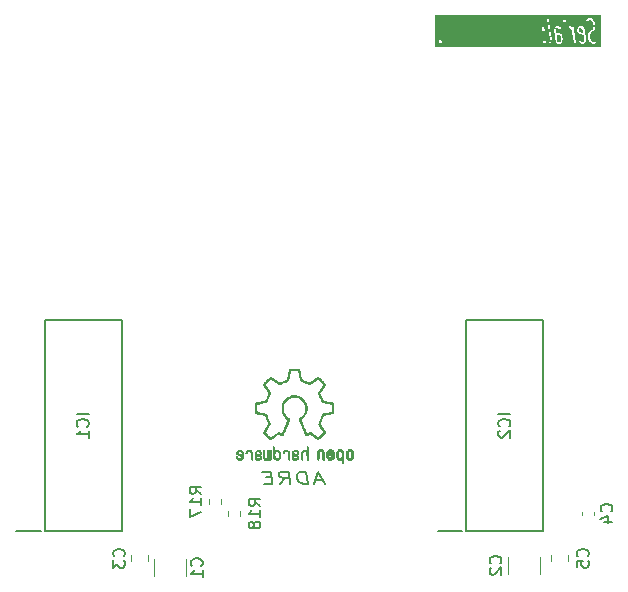
<source format=gbo>
%TF.GenerationSoftware,KiCad,Pcbnew,7.0.8*%
%TF.CreationDate,2023-11-07T21:40:39+02:00*%
%TF.ProjectId,ltp_kikad,6c74705f-6b69-46b6-9164-2e6b69636164,rev?*%
%TF.SameCoordinates,Original*%
%TF.FileFunction,Legend,Bot*%
%TF.FilePolarity,Positive*%
%FSLAX46Y46*%
G04 Gerber Fmt 4.6, Leading zero omitted, Abs format (unit mm)*
G04 Created by KiCad (PCBNEW 7.0.8) date 2023-11-07 21:40:39*
%MOMM*%
%LPD*%
G01*
G04 APERTURE LIST*
%ADD10C,0.150000*%
%ADD11C,0.120000*%
G04 APERTURE END LIST*
D10*
X153972839Y-99384104D02*
X153258554Y-99384104D01*
X154151411Y-99669819D02*
X153526411Y-98669819D01*
X153526411Y-98669819D02*
X153151411Y-99669819D01*
X152651411Y-99669819D02*
X152526411Y-98669819D01*
X152526411Y-98669819D02*
X152169268Y-98669819D01*
X152169268Y-98669819D02*
X151960935Y-98717438D01*
X151960935Y-98717438D02*
X151829982Y-98812676D01*
X151829982Y-98812676D02*
X151770459Y-98907914D01*
X151770459Y-98907914D02*
X151722840Y-99098390D01*
X151722840Y-99098390D02*
X151740697Y-99241247D01*
X151740697Y-99241247D02*
X151835935Y-99431723D01*
X151835935Y-99431723D02*
X151919268Y-99526961D01*
X151919268Y-99526961D02*
X152074030Y-99622200D01*
X152074030Y-99622200D02*
X152294268Y-99669819D01*
X152294268Y-99669819D02*
X152651411Y-99669819D01*
X150294268Y-99669819D02*
X150734744Y-99193628D01*
X151151411Y-99669819D02*
X151026411Y-98669819D01*
X151026411Y-98669819D02*
X150454982Y-98669819D01*
X150454982Y-98669819D02*
X150318078Y-98717438D01*
X150318078Y-98717438D02*
X150252602Y-98765057D01*
X150252602Y-98765057D02*
X150193078Y-98860295D01*
X150193078Y-98860295D02*
X150210935Y-99003152D01*
X150210935Y-99003152D02*
X150294268Y-99098390D01*
X150294268Y-99098390D02*
X150371649Y-99146009D01*
X150371649Y-99146009D02*
X150520459Y-99193628D01*
X150520459Y-99193628D02*
X151091887Y-99193628D01*
X149585935Y-99146009D02*
X149085935Y-99146009D01*
X148937125Y-99669819D02*
X149651411Y-99669819D01*
X149651411Y-99669819D02*
X149526411Y-98669819D01*
X149526411Y-98669819D02*
X148812125Y-98669819D01*
G36*
X173725083Y-61659879D02*
G01*
X173726654Y-61660502D01*
X173727334Y-61660276D01*
X173728792Y-61660533D01*
X173938372Y-61660533D01*
X174010324Y-61724490D01*
X174072132Y-61889312D01*
X174093684Y-62061723D01*
X174073886Y-62220101D01*
X174028092Y-62272438D01*
X173852545Y-62272438D01*
X173787807Y-62214894D01*
X173718280Y-61658679D01*
X173725083Y-61659879D01*
G37*
G36*
X175891276Y-61153061D02*
G01*
X175953085Y-61317885D01*
X175984133Y-61566266D01*
X175642859Y-61436257D01*
X175625803Y-61299818D01*
X175645601Y-61141440D01*
X175691396Y-61089104D01*
X175819324Y-61089104D01*
X175891276Y-61153061D01*
G37*
G36*
X177456334Y-62708152D02*
G01*
X163453048Y-62708152D01*
X163453048Y-62267800D01*
X163738762Y-62267800D01*
X163741426Y-62274393D01*
X163741400Y-62277166D01*
X163743654Y-62279907D01*
X163748522Y-62291950D01*
X163808046Y-62387188D01*
X163816009Y-62393408D01*
X163820616Y-62402400D01*
X163828250Y-62405621D01*
X163833517Y-62412023D01*
X163841821Y-62413570D01*
X163848477Y-62418769D01*
X163858573Y-62418415D01*
X163867884Y-62422344D01*
X163875804Y-62419903D01*
X163883952Y-62421422D01*
X163891308Y-62417269D01*
X163899748Y-62416974D01*
X163907256Y-62410212D01*
X163916912Y-62407237D01*
X163921409Y-62400278D01*
X163928629Y-62396203D01*
X163935232Y-62385017D01*
X163937870Y-62382642D01*
X163938255Y-62379896D01*
X163941871Y-62373772D01*
X163977585Y-62278534D01*
X163977689Y-62267800D01*
X172595907Y-62267800D01*
X172598571Y-62274393D01*
X172598545Y-62277166D01*
X172600799Y-62279907D01*
X172605667Y-62291950D01*
X172665191Y-62387188D01*
X172673154Y-62393408D01*
X172677761Y-62402400D01*
X172685395Y-62405621D01*
X172690662Y-62412023D01*
X172698966Y-62413570D01*
X172705622Y-62418769D01*
X172715718Y-62418415D01*
X172725029Y-62422344D01*
X172732949Y-62419903D01*
X172741097Y-62421422D01*
X172748453Y-62417269D01*
X172756893Y-62416974D01*
X172764401Y-62410212D01*
X172774057Y-62407237D01*
X172778554Y-62400278D01*
X172785774Y-62396203D01*
X172792377Y-62385017D01*
X172795015Y-62382642D01*
X172795400Y-62379896D01*
X172799016Y-62373772D01*
X172834730Y-62278534D01*
X172834934Y-62257467D01*
X172837865Y-62236601D01*
X172835200Y-62230007D01*
X172835227Y-62227234D01*
X172832971Y-62224491D01*
X172828105Y-62212451D01*
X172768582Y-62117212D01*
X172760619Y-62110991D01*
X172756012Y-62101998D01*
X172748376Y-62098776D01*
X172743111Y-62092376D01*
X172734807Y-62090828D01*
X172728152Y-62085630D01*
X172718054Y-62085983D01*
X172708744Y-62082055D01*
X172700822Y-62084495D01*
X172692676Y-62082978D01*
X172685322Y-62087128D01*
X172676881Y-62087424D01*
X172669371Y-62094186D01*
X172659715Y-62097162D01*
X172655216Y-62104121D01*
X172647999Y-62108196D01*
X172641396Y-62119379D01*
X172638758Y-62121756D01*
X172638372Y-62124503D01*
X172634757Y-62130627D01*
X172599042Y-62225865D01*
X172598837Y-62246933D01*
X172595907Y-62267800D01*
X163977689Y-62267800D01*
X163977789Y-62257467D01*
X163980720Y-62236601D01*
X163978055Y-62230007D01*
X163978082Y-62227234D01*
X163975826Y-62224491D01*
X163970960Y-62212451D01*
X163911437Y-62117212D01*
X163903474Y-62110991D01*
X163898867Y-62101998D01*
X163891231Y-62098776D01*
X163885966Y-62092376D01*
X163877662Y-62090828D01*
X163871007Y-62085630D01*
X163860909Y-62085983D01*
X163851599Y-62082055D01*
X163843677Y-62084495D01*
X163835531Y-62082978D01*
X163828177Y-62087128D01*
X163819736Y-62087424D01*
X163812226Y-62094186D01*
X163802570Y-62097162D01*
X163798071Y-62104121D01*
X163790854Y-62108196D01*
X163784251Y-62119379D01*
X163781613Y-62121756D01*
X163781227Y-62124503D01*
X163777612Y-62130627D01*
X163741897Y-62225865D01*
X163741692Y-62246933D01*
X163738762Y-62267800D01*
X163453048Y-62267800D01*
X163453048Y-61220180D01*
X172464955Y-61220180D01*
X172467619Y-61226773D01*
X172467593Y-61229547D01*
X172469848Y-61232288D01*
X172474715Y-61244330D01*
X172534239Y-61339569D01*
X172542202Y-61345789D01*
X172546809Y-61354782D01*
X172554444Y-61358003D01*
X172559710Y-61364404D01*
X172568013Y-61365951D01*
X172574669Y-61371150D01*
X172584766Y-61370796D01*
X172594077Y-61374725D01*
X172601997Y-61372284D01*
X172610146Y-61373803D01*
X172617500Y-61369651D01*
X172625941Y-61369356D01*
X172633450Y-61362593D01*
X172643106Y-61359618D01*
X172647603Y-61352658D01*
X172654822Y-61348584D01*
X172661425Y-61337398D01*
X172664063Y-61335023D01*
X172664448Y-61332277D01*
X172668064Y-61326153D01*
X172703778Y-61230914D01*
X172703982Y-61209846D01*
X172706913Y-61188980D01*
X172704248Y-61182386D01*
X172704275Y-61179613D01*
X172702019Y-61176871D01*
X172697153Y-61164830D01*
X172637629Y-61069592D01*
X172629666Y-61063372D01*
X172625059Y-61054379D01*
X172617423Y-61051157D01*
X172612158Y-61044757D01*
X172603853Y-61043209D01*
X172597198Y-61038011D01*
X172587101Y-61038364D01*
X172577791Y-61034436D01*
X172569869Y-61036876D01*
X172561723Y-61035359D01*
X172554369Y-61039509D01*
X172545927Y-61039805D01*
X172538417Y-61046567D01*
X172528762Y-61049543D01*
X172524263Y-61056503D01*
X172517046Y-61060577D01*
X172510442Y-61071762D01*
X172507805Y-61074138D01*
X172507419Y-61076883D01*
X172503804Y-61083008D01*
X172468090Y-61178246D01*
X172467885Y-61199313D01*
X172464955Y-61220180D01*
X163453048Y-61220180D01*
X163453048Y-60356741D01*
X172928180Y-60356741D01*
X173141303Y-62061723D01*
X173121505Y-62220101D01*
X173053301Y-62298050D01*
X173034760Y-62345886D01*
X173051305Y-62394448D01*
X173095195Y-62421013D01*
X173145891Y-62413152D01*
X173166187Y-62396826D01*
X173249520Y-62301588D01*
X173252923Y-62292805D01*
X173259828Y-62286396D01*
X173267498Y-62261503D01*
X173291308Y-62071026D01*
X173290542Y-62067675D01*
X173291308Y-62052420D01*
X173198396Y-61309122D01*
X173523418Y-61309122D01*
X173654371Y-62356741D01*
X173677762Y-62402401D01*
X173725030Y-62422344D01*
X173774059Y-62407237D01*
X173776013Y-62404212D01*
X173787455Y-62408749D01*
X173798378Y-62417915D01*
X173820321Y-62421784D01*
X173821892Y-62422407D01*
X173822572Y-62422181D01*
X173824030Y-62422438D01*
X174062125Y-62422438D01*
X174079744Y-62416024D01*
X174098272Y-62413152D01*
X174107060Y-62406082D01*
X174110334Y-62404891D01*
X174111888Y-62402199D01*
X174118568Y-62396826D01*
X174201901Y-62301588D01*
X174205304Y-62292805D01*
X174212209Y-62286396D01*
X174219879Y-62261503D01*
X174243689Y-62071026D01*
X174242923Y-62067675D01*
X174243689Y-62052420D01*
X174219879Y-61861944D01*
X174218272Y-61858808D01*
X174215683Y-61844913D01*
X174144255Y-61654437D01*
X174140798Y-61650397D01*
X174140025Y-61645138D01*
X174123857Y-61624715D01*
X174016714Y-61529477D01*
X174003461Y-61524221D01*
X173992539Y-61515056D01*
X173970595Y-61511186D01*
X173969025Y-61510564D01*
X173968344Y-61510789D01*
X173966887Y-61510533D01*
X173757307Y-61510533D01*
X173692569Y-61452988D01*
X173673422Y-61299819D01*
X173693220Y-61141440D01*
X173739015Y-61089104D01*
X173866943Y-61089104D01*
X173952774Y-61165398D01*
X174000463Y-61184311D01*
X174049153Y-61168147D01*
X174076060Y-61124466D01*
X174068596Y-61073709D01*
X174052428Y-61053286D01*
X174018814Y-61023407D01*
X174392465Y-61023407D01*
X174559132Y-62356740D01*
X174582523Y-62402401D01*
X174629791Y-62422344D01*
X174678820Y-62407237D01*
X174706667Y-62364150D01*
X174707974Y-62338135D01*
X174541307Y-61004801D01*
X174539401Y-61001080D01*
X174726359Y-61001080D01*
X174735268Y-61051604D01*
X174774568Y-61084581D01*
X174800220Y-61089104D01*
X174866943Y-61089104D01*
X174944715Y-61158234D01*
X174994539Y-61237953D01*
X175060227Y-61413123D01*
X175178180Y-62356740D01*
X175201571Y-62402401D01*
X175248839Y-62422344D01*
X175297868Y-62407237D01*
X175325715Y-62364150D01*
X175327022Y-62338135D01*
X175198395Y-61309122D01*
X175475799Y-61309122D01*
X175499609Y-61499597D01*
X175500246Y-61500841D01*
X175499983Y-61502216D01*
X175511878Y-61523548D01*
X175523000Y-61545258D01*
X175524287Y-61545801D01*
X175524969Y-61547023D01*
X175547330Y-61560382D01*
X176005200Y-61734807D01*
X176046065Y-62061722D01*
X176026267Y-62220101D01*
X175980473Y-62272438D01*
X175852545Y-62272438D01*
X175766714Y-62196144D01*
X175719025Y-62177231D01*
X175670335Y-62193395D01*
X175643428Y-62237076D01*
X175650892Y-62287833D01*
X175667060Y-62308256D01*
X175774203Y-62403494D01*
X175787455Y-62408749D01*
X175798378Y-62417915D01*
X175820321Y-62421784D01*
X175821892Y-62422407D01*
X175822572Y-62422181D01*
X175824030Y-62422438D01*
X176014506Y-62422438D01*
X176032125Y-62416024D01*
X176050653Y-62413152D01*
X176059441Y-62406082D01*
X176062715Y-62404891D01*
X176064269Y-62402199D01*
X176070949Y-62396826D01*
X176154282Y-62301588D01*
X176157685Y-62292805D01*
X176164590Y-62286396D01*
X176172260Y-62261503D01*
X176196070Y-62071026D01*
X176195303Y-62067673D01*
X176196070Y-62052420D01*
X176100832Y-61290516D01*
X176099225Y-61287379D01*
X176096636Y-61273485D01*
X176025207Y-61083008D01*
X176021750Y-61078968D01*
X176020977Y-61073709D01*
X176004809Y-61053286D01*
X175897666Y-60958048D01*
X175884413Y-60952792D01*
X175873491Y-60943627D01*
X175851547Y-60939757D01*
X175849977Y-60939135D01*
X175849296Y-60939360D01*
X175847839Y-60939104D01*
X175657363Y-60939104D01*
X175639744Y-60945516D01*
X175621215Y-60948390D01*
X175612426Y-60955459D01*
X175609154Y-60956651D01*
X175607600Y-60959342D01*
X175600920Y-60964716D01*
X175517587Y-61059954D01*
X175514182Y-61068737D01*
X175507279Y-61075147D01*
X175499609Y-61100040D01*
X175475799Y-61290516D01*
X175476564Y-61293866D01*
X175475799Y-61309122D01*
X175198395Y-61309122D01*
X175160355Y-61004801D01*
X175136964Y-60959141D01*
X175089696Y-60939198D01*
X175040667Y-60954305D01*
X175012819Y-60997392D01*
X175011824Y-61017194D01*
X174945285Y-60958048D01*
X174932032Y-60952792D01*
X174921110Y-60943627D01*
X174899166Y-60939757D01*
X174897596Y-60939135D01*
X174896915Y-60939360D01*
X174895458Y-60939104D01*
X174800220Y-60939104D01*
X174752011Y-60956651D01*
X174726359Y-61001080D01*
X174539401Y-61001080D01*
X174517916Y-60959141D01*
X174470648Y-60939198D01*
X174421619Y-60954305D01*
X174393771Y-60997392D01*
X174392465Y-61023407D01*
X174018814Y-61023407D01*
X173945285Y-60958048D01*
X173932032Y-60952792D01*
X173921110Y-60943627D01*
X173899166Y-60939757D01*
X173897596Y-60939135D01*
X173896915Y-60939360D01*
X173895458Y-60939104D01*
X173704982Y-60939104D01*
X173687363Y-60945516D01*
X173668834Y-60948390D01*
X173660045Y-60955459D01*
X173656773Y-60956651D01*
X173655219Y-60959342D01*
X173648539Y-60964716D01*
X173565206Y-61059954D01*
X173561801Y-61068737D01*
X173554898Y-61075147D01*
X173547228Y-61100040D01*
X173523418Y-61290516D01*
X173524183Y-61293866D01*
X173523418Y-61309122D01*
X173198396Y-61309122D01*
X173092040Y-60458276D01*
X174274479Y-60458276D01*
X174277143Y-60464869D01*
X174277117Y-60467643D01*
X174279372Y-60470384D01*
X174284239Y-60482426D01*
X174343763Y-60577664D01*
X174351726Y-60583884D01*
X174356333Y-60592877D01*
X174363968Y-60596098D01*
X174369234Y-60602499D01*
X174377538Y-60604046D01*
X174384194Y-60609245D01*
X174394289Y-60608891D01*
X174403601Y-60612820D01*
X174411521Y-60610379D01*
X174419669Y-60611898D01*
X174427025Y-60607745D01*
X174435465Y-60607450D01*
X174442972Y-60600688D01*
X174452630Y-60597713D01*
X174457128Y-60590753D01*
X174464346Y-60586679D01*
X174470949Y-60575493D01*
X174473587Y-60573118D01*
X174473972Y-60570372D01*
X174477588Y-60564248D01*
X174513302Y-60469010D01*
X174513506Y-60447942D01*
X174516437Y-60427076D01*
X174515423Y-60424567D01*
X176227439Y-60424567D01*
X176232826Y-60475586D01*
X176269747Y-60511206D01*
X176320927Y-60514761D01*
X176344333Y-60503331D01*
X176455562Y-60422438D01*
X176640753Y-60422438D01*
X176718525Y-60491568D01*
X176768349Y-60571287D01*
X176834037Y-60746455D01*
X176855589Y-60918866D01*
X176834037Y-61091276D01*
X176806216Y-61165465D01*
X176740910Y-61240102D01*
X176574450Y-61328880D01*
X176574105Y-61329264D01*
X176573596Y-61329343D01*
X176553301Y-61345669D01*
X176469968Y-61440907D01*
X176469809Y-61441315D01*
X176469429Y-61441530D01*
X176456186Y-61463961D01*
X176420471Y-61559198D01*
X176420436Y-61562723D01*
X176416275Y-61576231D01*
X176392466Y-61766707D01*
X176393232Y-61770059D01*
X176392466Y-61785311D01*
X176416275Y-61975787D01*
X176417881Y-61978922D01*
X176420471Y-61992819D01*
X176491901Y-62183296D01*
X176494179Y-62185958D01*
X176498525Y-62196711D01*
X176558049Y-62291950D01*
X176560313Y-62293719D01*
X176571822Y-62308256D01*
X176678965Y-62403494D01*
X176692217Y-62408749D01*
X176703140Y-62417915D01*
X176725083Y-62421784D01*
X176726654Y-62422407D01*
X176727334Y-62422181D01*
X176728792Y-62422438D01*
X176966887Y-62422438D01*
X176976930Y-62418782D01*
X176987594Y-62419523D01*
X177011000Y-62408093D01*
X177141952Y-62312855D01*
X177170620Y-62270309D01*
X177165233Y-62219290D01*
X177128312Y-62183669D01*
X177077132Y-62180115D01*
X177053726Y-62191545D01*
X176942498Y-62272438D01*
X176757307Y-62272438D01*
X176679534Y-62203307D01*
X176629709Y-62123587D01*
X176564021Y-61948419D01*
X176542470Y-61776009D01*
X176564021Y-61603599D01*
X176591842Y-61529410D01*
X176657147Y-61454775D01*
X176823610Y-61365996D01*
X176823954Y-61365611D01*
X176824464Y-61365533D01*
X176844760Y-61349206D01*
X176928093Y-61253967D01*
X176928250Y-61253560D01*
X176928632Y-61253345D01*
X176941874Y-61230914D01*
X176977588Y-61135676D01*
X176977622Y-61132152D01*
X176981784Y-61118645D01*
X177005594Y-60928169D01*
X177004828Y-60924818D01*
X177005594Y-60909563D01*
X176981784Y-60719087D01*
X176980177Y-60715951D01*
X176977588Y-60702056D01*
X176906160Y-60511580D01*
X176903880Y-60508916D01*
X176899535Y-60498164D01*
X176840011Y-60402926D01*
X176837746Y-60401157D01*
X176826238Y-60386620D01*
X176719095Y-60291382D01*
X176705842Y-60286126D01*
X176694920Y-60276961D01*
X176672976Y-60273091D01*
X176671406Y-60272469D01*
X176670725Y-60272694D01*
X176669268Y-60272438D01*
X176431173Y-60272438D01*
X176421129Y-60276093D01*
X176410467Y-60275353D01*
X176387061Y-60286783D01*
X176256107Y-60382021D01*
X176227439Y-60424567D01*
X174515423Y-60424567D01*
X174513772Y-60420482D01*
X174513799Y-60417710D01*
X174511544Y-60414968D01*
X174506677Y-60402926D01*
X174447153Y-60307688D01*
X174439190Y-60301468D01*
X174434583Y-60292475D01*
X174426947Y-60289253D01*
X174421682Y-60282853D01*
X174413377Y-60281305D01*
X174406722Y-60276107D01*
X174396625Y-60276460D01*
X174387315Y-60272532D01*
X174379393Y-60274972D01*
X174371247Y-60273455D01*
X174363893Y-60277605D01*
X174355451Y-60277901D01*
X174347941Y-60284663D01*
X174338286Y-60287639D01*
X174333787Y-60294599D01*
X174326570Y-60298673D01*
X174319966Y-60309858D01*
X174317329Y-60312234D01*
X174316943Y-60314979D01*
X174313328Y-60321104D01*
X174277614Y-60416342D01*
X174277409Y-60437409D01*
X174274479Y-60458276D01*
X173092040Y-60458276D01*
X173077022Y-60338135D01*
X173053631Y-60292475D01*
X173006363Y-60272532D01*
X172957334Y-60287639D01*
X172929486Y-60330726D01*
X172928180Y-60356741D01*
X163453048Y-60356741D01*
X163453048Y-59986724D01*
X177456334Y-59986724D01*
X177456334Y-62708152D01*
G37*
X134091819Y-93798810D02*
X133091819Y-93798810D01*
X133996580Y-94846428D02*
X134044200Y-94798809D01*
X134044200Y-94798809D02*
X134091819Y-94655952D01*
X134091819Y-94655952D02*
X134091819Y-94560714D01*
X134091819Y-94560714D02*
X134044200Y-94417857D01*
X134044200Y-94417857D02*
X133948961Y-94322619D01*
X133948961Y-94322619D02*
X133853723Y-94275000D01*
X133853723Y-94275000D02*
X133663247Y-94227381D01*
X133663247Y-94227381D02*
X133520390Y-94227381D01*
X133520390Y-94227381D02*
X133329914Y-94275000D01*
X133329914Y-94275000D02*
X133234676Y-94322619D01*
X133234676Y-94322619D02*
X133139438Y-94417857D01*
X133139438Y-94417857D02*
X133091819Y-94560714D01*
X133091819Y-94560714D02*
X133091819Y-94655952D01*
X133091819Y-94655952D02*
X133139438Y-94798809D01*
X133139438Y-94798809D02*
X133187057Y-94846428D01*
X134091819Y-95798809D02*
X134091819Y-95227381D01*
X134091819Y-95513095D02*
X133091819Y-95513095D01*
X133091819Y-95513095D02*
X133234676Y-95417857D01*
X133234676Y-95417857D02*
X133329914Y-95322619D01*
X133329914Y-95322619D02*
X133377533Y-95227381D01*
X176346580Y-105833333D02*
X176394200Y-105785714D01*
X176394200Y-105785714D02*
X176441819Y-105642857D01*
X176441819Y-105642857D02*
X176441819Y-105547619D01*
X176441819Y-105547619D02*
X176394200Y-105404762D01*
X176394200Y-105404762D02*
X176298961Y-105309524D01*
X176298961Y-105309524D02*
X176203723Y-105261905D01*
X176203723Y-105261905D02*
X176013247Y-105214286D01*
X176013247Y-105214286D02*
X175870390Y-105214286D01*
X175870390Y-105214286D02*
X175679914Y-105261905D01*
X175679914Y-105261905D02*
X175584676Y-105309524D01*
X175584676Y-105309524D02*
X175489438Y-105404762D01*
X175489438Y-105404762D02*
X175441819Y-105547619D01*
X175441819Y-105547619D02*
X175441819Y-105642857D01*
X175441819Y-105642857D02*
X175489438Y-105785714D01*
X175489438Y-105785714D02*
X175537057Y-105833333D01*
X175441819Y-106738095D02*
X175441819Y-106261905D01*
X175441819Y-106261905D02*
X175918009Y-106214286D01*
X175918009Y-106214286D02*
X175870390Y-106261905D01*
X175870390Y-106261905D02*
X175822771Y-106357143D01*
X175822771Y-106357143D02*
X175822771Y-106595238D01*
X175822771Y-106595238D02*
X175870390Y-106690476D01*
X175870390Y-106690476D02*
X175918009Y-106738095D01*
X175918009Y-106738095D02*
X176013247Y-106785714D01*
X176013247Y-106785714D02*
X176251342Y-106785714D01*
X176251342Y-106785714D02*
X176346580Y-106738095D01*
X176346580Y-106738095D02*
X176394200Y-106690476D01*
X176394200Y-106690476D02*
X176441819Y-106595238D01*
X176441819Y-106595238D02*
X176441819Y-106357143D01*
X176441819Y-106357143D02*
X176394200Y-106261905D01*
X176394200Y-106261905D02*
X176346580Y-106214286D01*
X148641819Y-101557142D02*
X148165628Y-101223809D01*
X148641819Y-100985714D02*
X147641819Y-100985714D01*
X147641819Y-100985714D02*
X147641819Y-101366666D01*
X147641819Y-101366666D02*
X147689438Y-101461904D01*
X147689438Y-101461904D02*
X147737057Y-101509523D01*
X147737057Y-101509523D02*
X147832295Y-101557142D01*
X147832295Y-101557142D02*
X147975152Y-101557142D01*
X147975152Y-101557142D02*
X148070390Y-101509523D01*
X148070390Y-101509523D02*
X148118009Y-101461904D01*
X148118009Y-101461904D02*
X148165628Y-101366666D01*
X148165628Y-101366666D02*
X148165628Y-100985714D01*
X148641819Y-102509523D02*
X148641819Y-101938095D01*
X148641819Y-102223809D02*
X147641819Y-102223809D01*
X147641819Y-102223809D02*
X147784676Y-102128571D01*
X147784676Y-102128571D02*
X147879914Y-102033333D01*
X147879914Y-102033333D02*
X147927533Y-101938095D01*
X148070390Y-103080952D02*
X148022771Y-102985714D01*
X148022771Y-102985714D02*
X147975152Y-102938095D01*
X147975152Y-102938095D02*
X147879914Y-102890476D01*
X147879914Y-102890476D02*
X147832295Y-102890476D01*
X147832295Y-102890476D02*
X147737057Y-102938095D01*
X147737057Y-102938095D02*
X147689438Y-102985714D01*
X147689438Y-102985714D02*
X147641819Y-103080952D01*
X147641819Y-103080952D02*
X147641819Y-103271428D01*
X147641819Y-103271428D02*
X147689438Y-103366666D01*
X147689438Y-103366666D02*
X147737057Y-103414285D01*
X147737057Y-103414285D02*
X147832295Y-103461904D01*
X147832295Y-103461904D02*
X147879914Y-103461904D01*
X147879914Y-103461904D02*
X147975152Y-103414285D01*
X147975152Y-103414285D02*
X148022771Y-103366666D01*
X148022771Y-103366666D02*
X148070390Y-103271428D01*
X148070390Y-103271428D02*
X148070390Y-103080952D01*
X148070390Y-103080952D02*
X148118009Y-102985714D01*
X148118009Y-102985714D02*
X148165628Y-102938095D01*
X148165628Y-102938095D02*
X148260866Y-102890476D01*
X148260866Y-102890476D02*
X148451342Y-102890476D01*
X148451342Y-102890476D02*
X148546580Y-102938095D01*
X148546580Y-102938095D02*
X148594200Y-102985714D01*
X148594200Y-102985714D02*
X148641819Y-103080952D01*
X148641819Y-103080952D02*
X148641819Y-103271428D01*
X148641819Y-103271428D02*
X148594200Y-103366666D01*
X148594200Y-103366666D02*
X148546580Y-103414285D01*
X148546580Y-103414285D02*
X148451342Y-103461904D01*
X148451342Y-103461904D02*
X148260866Y-103461904D01*
X148260866Y-103461904D02*
X148165628Y-103414285D01*
X148165628Y-103414285D02*
X148118009Y-103366666D01*
X148118009Y-103366666D02*
X148070390Y-103271428D01*
X143641819Y-100557142D02*
X143165628Y-100223809D01*
X143641819Y-99985714D02*
X142641819Y-99985714D01*
X142641819Y-99985714D02*
X142641819Y-100366666D01*
X142641819Y-100366666D02*
X142689438Y-100461904D01*
X142689438Y-100461904D02*
X142737057Y-100509523D01*
X142737057Y-100509523D02*
X142832295Y-100557142D01*
X142832295Y-100557142D02*
X142975152Y-100557142D01*
X142975152Y-100557142D02*
X143070390Y-100509523D01*
X143070390Y-100509523D02*
X143118009Y-100461904D01*
X143118009Y-100461904D02*
X143165628Y-100366666D01*
X143165628Y-100366666D02*
X143165628Y-99985714D01*
X143641819Y-101509523D02*
X143641819Y-100938095D01*
X143641819Y-101223809D02*
X142641819Y-101223809D01*
X142641819Y-101223809D02*
X142784676Y-101128571D01*
X142784676Y-101128571D02*
X142879914Y-101033333D01*
X142879914Y-101033333D02*
X142927533Y-100938095D01*
X142641819Y-101842857D02*
X142641819Y-102509523D01*
X142641819Y-102509523D02*
X143641819Y-102080952D01*
X168946580Y-106433333D02*
X168994200Y-106385714D01*
X168994200Y-106385714D02*
X169041819Y-106242857D01*
X169041819Y-106242857D02*
X169041819Y-106147619D01*
X169041819Y-106147619D02*
X168994200Y-106004762D01*
X168994200Y-106004762D02*
X168898961Y-105909524D01*
X168898961Y-105909524D02*
X168803723Y-105861905D01*
X168803723Y-105861905D02*
X168613247Y-105814286D01*
X168613247Y-105814286D02*
X168470390Y-105814286D01*
X168470390Y-105814286D02*
X168279914Y-105861905D01*
X168279914Y-105861905D02*
X168184676Y-105909524D01*
X168184676Y-105909524D02*
X168089438Y-106004762D01*
X168089438Y-106004762D02*
X168041819Y-106147619D01*
X168041819Y-106147619D02*
X168041819Y-106242857D01*
X168041819Y-106242857D02*
X168089438Y-106385714D01*
X168089438Y-106385714D02*
X168137057Y-106433333D01*
X168137057Y-106814286D02*
X168089438Y-106861905D01*
X168089438Y-106861905D02*
X168041819Y-106957143D01*
X168041819Y-106957143D02*
X168041819Y-107195238D01*
X168041819Y-107195238D02*
X168089438Y-107290476D01*
X168089438Y-107290476D02*
X168137057Y-107338095D01*
X168137057Y-107338095D02*
X168232295Y-107385714D01*
X168232295Y-107385714D02*
X168327533Y-107385714D01*
X168327533Y-107385714D02*
X168470390Y-107338095D01*
X168470390Y-107338095D02*
X169041819Y-106766667D01*
X169041819Y-106766667D02*
X169041819Y-107385714D01*
X137066580Y-105833333D02*
X137114200Y-105785714D01*
X137114200Y-105785714D02*
X137161819Y-105642857D01*
X137161819Y-105642857D02*
X137161819Y-105547619D01*
X137161819Y-105547619D02*
X137114200Y-105404762D01*
X137114200Y-105404762D02*
X137018961Y-105309524D01*
X137018961Y-105309524D02*
X136923723Y-105261905D01*
X136923723Y-105261905D02*
X136733247Y-105214286D01*
X136733247Y-105214286D02*
X136590390Y-105214286D01*
X136590390Y-105214286D02*
X136399914Y-105261905D01*
X136399914Y-105261905D02*
X136304676Y-105309524D01*
X136304676Y-105309524D02*
X136209438Y-105404762D01*
X136209438Y-105404762D02*
X136161819Y-105547619D01*
X136161819Y-105547619D02*
X136161819Y-105642857D01*
X136161819Y-105642857D02*
X136209438Y-105785714D01*
X136209438Y-105785714D02*
X136257057Y-105833333D01*
X136161819Y-106166667D02*
X136161819Y-106785714D01*
X136161819Y-106785714D02*
X136542771Y-106452381D01*
X136542771Y-106452381D02*
X136542771Y-106595238D01*
X136542771Y-106595238D02*
X136590390Y-106690476D01*
X136590390Y-106690476D02*
X136638009Y-106738095D01*
X136638009Y-106738095D02*
X136733247Y-106785714D01*
X136733247Y-106785714D02*
X136971342Y-106785714D01*
X136971342Y-106785714D02*
X137066580Y-106738095D01*
X137066580Y-106738095D02*
X137114200Y-106690476D01*
X137114200Y-106690476D02*
X137161819Y-106595238D01*
X137161819Y-106595238D02*
X137161819Y-106309524D01*
X137161819Y-106309524D02*
X137114200Y-106214286D01*
X137114200Y-106214286D02*
X137066580Y-106166667D01*
X143646580Y-106633333D02*
X143694200Y-106585714D01*
X143694200Y-106585714D02*
X143741819Y-106442857D01*
X143741819Y-106442857D02*
X143741819Y-106347619D01*
X143741819Y-106347619D02*
X143694200Y-106204762D01*
X143694200Y-106204762D02*
X143598961Y-106109524D01*
X143598961Y-106109524D02*
X143503723Y-106061905D01*
X143503723Y-106061905D02*
X143313247Y-106014286D01*
X143313247Y-106014286D02*
X143170390Y-106014286D01*
X143170390Y-106014286D02*
X142979914Y-106061905D01*
X142979914Y-106061905D02*
X142884676Y-106109524D01*
X142884676Y-106109524D02*
X142789438Y-106204762D01*
X142789438Y-106204762D02*
X142741819Y-106347619D01*
X142741819Y-106347619D02*
X142741819Y-106442857D01*
X142741819Y-106442857D02*
X142789438Y-106585714D01*
X142789438Y-106585714D02*
X142837057Y-106633333D01*
X143741819Y-107585714D02*
X143741819Y-107014286D01*
X143741819Y-107300000D02*
X142741819Y-107300000D01*
X142741819Y-107300000D02*
X142884676Y-107204762D01*
X142884676Y-107204762D02*
X142979914Y-107109524D01*
X142979914Y-107109524D02*
X143027533Y-107014286D01*
X178346580Y-102033333D02*
X178394200Y-101985714D01*
X178394200Y-101985714D02*
X178441819Y-101842857D01*
X178441819Y-101842857D02*
X178441819Y-101747619D01*
X178441819Y-101747619D02*
X178394200Y-101604762D01*
X178394200Y-101604762D02*
X178298961Y-101509524D01*
X178298961Y-101509524D02*
X178203723Y-101461905D01*
X178203723Y-101461905D02*
X178013247Y-101414286D01*
X178013247Y-101414286D02*
X177870390Y-101414286D01*
X177870390Y-101414286D02*
X177679914Y-101461905D01*
X177679914Y-101461905D02*
X177584676Y-101509524D01*
X177584676Y-101509524D02*
X177489438Y-101604762D01*
X177489438Y-101604762D02*
X177441819Y-101747619D01*
X177441819Y-101747619D02*
X177441819Y-101842857D01*
X177441819Y-101842857D02*
X177489438Y-101985714D01*
X177489438Y-101985714D02*
X177537057Y-102033333D01*
X177775152Y-102890476D02*
X178441819Y-102890476D01*
X177394200Y-102652381D02*
X178108485Y-102414286D01*
X178108485Y-102414286D02*
X178108485Y-103033333D01*
X169791819Y-93778810D02*
X168791819Y-93778810D01*
X169696580Y-94826428D02*
X169744200Y-94778809D01*
X169744200Y-94778809D02*
X169791819Y-94635952D01*
X169791819Y-94635952D02*
X169791819Y-94540714D01*
X169791819Y-94540714D02*
X169744200Y-94397857D01*
X169744200Y-94397857D02*
X169648961Y-94302619D01*
X169648961Y-94302619D02*
X169553723Y-94255000D01*
X169553723Y-94255000D02*
X169363247Y-94207381D01*
X169363247Y-94207381D02*
X169220390Y-94207381D01*
X169220390Y-94207381D02*
X169029914Y-94255000D01*
X169029914Y-94255000D02*
X168934676Y-94302619D01*
X168934676Y-94302619D02*
X168839438Y-94397857D01*
X168839438Y-94397857D02*
X168791819Y-94540714D01*
X168791819Y-94540714D02*
X168791819Y-94635952D01*
X168791819Y-94635952D02*
X168839438Y-94778809D01*
X168839438Y-94778809D02*
X168887057Y-94826428D01*
X168887057Y-95207381D02*
X168839438Y-95255000D01*
X168839438Y-95255000D02*
X168791819Y-95350238D01*
X168791819Y-95350238D02*
X168791819Y-95588333D01*
X168791819Y-95588333D02*
X168839438Y-95683571D01*
X168839438Y-95683571D02*
X168887057Y-95731190D01*
X168887057Y-95731190D02*
X168982295Y-95778809D01*
X168982295Y-95778809D02*
X169077533Y-95778809D01*
X169077533Y-95778809D02*
X169220390Y-95731190D01*
X169220390Y-95731190D02*
X169791819Y-95159762D01*
X169791819Y-95159762D02*
X169791819Y-95778809D01*
%TO.C,IC1*%
X127937000Y-103705000D02*
X130037000Y-103705000D01*
X130387000Y-85823000D02*
X130387000Y-103727000D01*
X130387000Y-103727000D02*
X136887000Y-103727000D01*
X136887000Y-85823000D02*
X130387000Y-85823000D01*
X136887000Y-103727000D02*
X136887000Y-85823000D01*
D11*
%TO.C,C5*%
X174722000Y-105738748D02*
X174722000Y-106261252D01*
X173252000Y-105738748D02*
X173252000Y-106261252D01*
%TO.C,R18*%
X146909500Y-101962742D02*
X146909500Y-102437258D01*
X145864500Y-101962742D02*
X145864500Y-102437258D01*
%TO.C,G\u002A\u002A\u002A*%
G36*
X150875602Y-96800667D02*
G01*
X150916907Y-96810841D01*
X150992381Y-96839910D01*
X151060954Y-96888358D01*
X151117165Y-96954669D01*
X151157505Y-97015401D01*
X151160797Y-97363135D01*
X151161186Y-97409853D01*
X151161607Y-97491898D01*
X151161651Y-97565806D01*
X151161337Y-97628856D01*
X151160681Y-97678326D01*
X151159703Y-97711494D01*
X151158419Y-97725640D01*
X151148901Y-97736814D01*
X151128385Y-97738808D01*
X151094953Y-97729416D01*
X151046054Y-97708244D01*
X150978096Y-97676095D01*
X150977623Y-97411956D01*
X150977473Y-97362650D01*
X150976677Y-97274439D01*
X150974962Y-97204330D01*
X150972009Y-97149859D01*
X150967498Y-97108563D01*
X150961109Y-97077980D01*
X150952521Y-97055646D01*
X150941416Y-97039098D01*
X150927473Y-97025874D01*
X150913583Y-97015838D01*
X150865792Y-96995636D01*
X150818323Y-96994556D01*
X150774480Y-97010860D01*
X150737568Y-97042810D01*
X150710889Y-97088669D01*
X150697750Y-97146698D01*
X150695862Y-97164673D01*
X150688041Y-97198261D01*
X150675661Y-97212864D01*
X150674725Y-97213146D01*
X150655650Y-97210867D01*
X150624400Y-97200337D01*
X150587247Y-97183631D01*
X150515981Y-97147817D01*
X150517298Y-97093137D01*
X150517533Y-97086910D01*
X150531407Y-97017609D01*
X150563900Y-96952472D01*
X150612141Y-96894989D01*
X150673260Y-96848652D01*
X150744388Y-96816952D01*
X150784476Y-96804956D01*
X150817518Y-96797437D01*
X150845183Y-96796103D01*
X150875602Y-96800667D01*
G37*
G36*
X147774062Y-96811340D02*
G01*
X147840862Y-96832825D01*
X147904205Y-96873333D01*
X147960526Y-96931017D01*
X148002759Y-96999697D01*
X148008805Y-97013650D01*
X148014206Y-97029699D01*
X148018429Y-97048948D01*
X148021660Y-97074047D01*
X148024085Y-97107645D01*
X148025889Y-97152392D01*
X148027260Y-97210936D01*
X148028382Y-97285928D01*
X148029442Y-97380016D01*
X148029742Y-97411286D01*
X148030261Y-97492251D01*
X148030368Y-97565502D01*
X148030083Y-97628232D01*
X148029424Y-97677637D01*
X148028412Y-97710909D01*
X148027065Y-97725243D01*
X148016484Y-97735133D01*
X147993358Y-97740411D01*
X147989821Y-97740222D01*
X147962827Y-97733599D01*
X147927477Y-97719988D01*
X147891046Y-97702769D01*
X147860808Y-97685322D01*
X147844037Y-97671027D01*
X147842093Y-97659606D01*
X147840113Y-97628910D01*
X147838414Y-97582196D01*
X147837079Y-97522485D01*
X147836194Y-97452798D01*
X147835842Y-97376156D01*
X147835836Y-97368325D01*
X147835647Y-97283483D01*
X147835123Y-97217380D01*
X147834075Y-97167238D01*
X147832315Y-97130276D01*
X147829657Y-97103715D01*
X147825911Y-97084775D01*
X147820891Y-97070676D01*
X147814410Y-97058640D01*
X147782376Y-97021640D01*
X147738653Y-96997625D01*
X147690271Y-96991688D01*
X147642149Y-97005351D01*
X147625012Y-97015188D01*
X147594557Y-97042268D01*
X147575321Y-97079349D01*
X147563800Y-97132098D01*
X147557823Y-97164681D01*
X147549391Y-97193912D01*
X147541157Y-97208226D01*
X147530705Y-97211278D01*
X147508022Y-97207982D01*
X147472986Y-97195119D01*
X147422531Y-97171745D01*
X147373601Y-97147817D01*
X147375943Y-97091037D01*
X147380894Y-97052781D01*
X147404535Y-96985850D01*
X147444292Y-96923302D01*
X147496738Y-96870021D01*
X147558447Y-96830892D01*
X147558661Y-96830792D01*
X147624812Y-96810268D01*
X147699329Y-96803802D01*
X147774062Y-96811340D01*
G37*
G36*
X153774283Y-96756443D02*
G01*
X153823052Y-96757721D01*
X153858019Y-96761650D01*
X153885716Y-96769331D01*
X153912674Y-96781864D01*
X153948354Y-96803938D01*
X154006282Y-96853378D01*
X154054158Y-96911534D01*
X154086299Y-96972177D01*
X154088053Y-96976914D01*
X154094157Y-96994943D01*
X154098988Y-97013681D01*
X154102693Y-97035760D01*
X154105422Y-97063809D01*
X154107322Y-97100456D01*
X154108542Y-97148332D01*
X154109230Y-97210066D01*
X154109534Y-97288287D01*
X154109603Y-97385625D01*
X154109527Y-97436478D01*
X154109070Y-97517972D01*
X154108247Y-97590882D01*
X154107110Y-97652577D01*
X154105714Y-97700422D01*
X154104111Y-97731785D01*
X154102354Y-97744035D01*
X154097074Y-97747339D01*
X154077233Y-97751284D01*
X154066813Y-97749738D01*
X154037418Y-97741172D01*
X153998977Y-97727371D01*
X153958143Y-97710929D01*
X153921564Y-97694442D01*
X153895893Y-97680507D01*
X153870391Y-97663797D01*
X153870391Y-97365866D01*
X153870391Y-97067936D01*
X153842552Y-97034851D01*
X153837533Y-97029217D01*
X153798461Y-97001602D01*
X153754075Y-96993402D01*
X153708935Y-97005614D01*
X153707385Y-97006430D01*
X153681659Y-97024000D01*
X153665519Y-97041915D01*
X153664506Y-97045503D01*
X153661826Y-97068584D01*
X153659088Y-97109462D01*
X153656417Y-97165309D01*
X153653937Y-97233292D01*
X153651772Y-97310582D01*
X153650046Y-97394347D01*
X153649416Y-97429171D01*
X153647644Y-97510035D01*
X153645625Y-97582917D01*
X153643461Y-97645065D01*
X153641256Y-97693725D01*
X153639112Y-97726145D01*
X153637133Y-97739573D01*
X153625338Y-97748420D01*
X153595048Y-97749128D01*
X153549574Y-97736264D01*
X153489826Y-97710012D01*
X153408276Y-97669735D01*
X153408276Y-97343536D01*
X153408276Y-97017337D01*
X153436635Y-96957534D01*
X153445298Y-96940677D01*
X153489796Y-96877074D01*
X153546592Y-96821463D01*
X153608995Y-96780709D01*
X153609224Y-96780596D01*
X153638197Y-96768404D01*
X153668804Y-96761018D01*
X153707730Y-96757374D01*
X153761658Y-96756409D01*
X153774283Y-96756443D01*
G37*
G36*
X154930536Y-97245253D02*
G01*
X154930536Y-97495762D01*
X154898590Y-97553429D01*
X154850805Y-97620998D01*
X154789192Y-97677248D01*
X154718675Y-97717596D01*
X154643259Y-97739128D01*
X154634636Y-97740301D01*
X154546339Y-97741711D01*
X154465597Y-97722732D01*
X154392473Y-97683386D01*
X154327028Y-97623695D01*
X154318630Y-97614088D01*
X154282296Y-97568826D01*
X154258178Y-97528487D01*
X154243867Y-97486442D01*
X154236951Y-97436063D01*
X154235018Y-97370719D01*
X154234988Y-97345036D01*
X154236403Y-97297921D01*
X154242312Y-97268641D01*
X154255700Y-97255590D01*
X154279548Y-97257163D01*
X154316842Y-97271752D01*
X154370562Y-97297754D01*
X154462985Y-97343536D01*
X154472321Y-97395212D01*
X154475852Y-97410661D01*
X154497036Y-97455675D01*
X154529147Y-97486088D01*
X154568324Y-97500234D01*
X154610706Y-97496444D01*
X154652433Y-97473049D01*
X154658993Y-97467257D01*
X154678173Y-97446303D01*
X154685887Y-97430886D01*
X154681561Y-97424936D01*
X154661066Y-97410836D01*
X154627560Y-97392662D01*
X154585309Y-97372874D01*
X154548685Y-97356833D01*
X154455390Y-97315747D01*
X154380537Y-97282383D01*
X154322940Y-97256199D01*
X154281413Y-97236649D01*
X154254769Y-97223190D01*
X154241824Y-97215277D01*
X154235384Y-97204933D01*
X154229527Y-97175007D01*
X154228279Y-97132949D01*
X154231238Y-97084204D01*
X154236105Y-97048220D01*
X154490168Y-97048220D01*
X154493849Y-97053988D01*
X154513368Y-97068637D01*
X154545906Y-97087587D01*
X154587172Y-97108183D01*
X154613888Y-97120484D01*
X154651480Y-97137362D01*
X154678528Y-97148949D01*
X154690469Y-97153254D01*
X154691858Y-97152182D01*
X154695358Y-97137116D01*
X154696760Y-97109932D01*
X154695406Y-97091714D01*
X154679845Y-97048832D01*
X154650512Y-97016712D01*
X154611970Y-96997983D01*
X154568780Y-96995277D01*
X154525506Y-97011221D01*
X154519635Y-97015101D01*
X154498651Y-97033260D01*
X154490168Y-97048220D01*
X154236105Y-97048220D01*
X154238000Y-97034213D01*
X154248161Y-96988421D01*
X154261319Y-96952270D01*
X154278444Y-96921253D01*
X154332144Y-96853671D01*
X154399195Y-96801889D01*
X154476945Y-96767663D01*
X154562741Y-96752748D01*
X154611336Y-96752963D01*
X154696299Y-96768590D01*
X154771982Y-96803765D01*
X154837627Y-96858076D01*
X154892480Y-96931116D01*
X154930536Y-96994745D01*
X154930536Y-97109932D01*
X154930536Y-97245253D01*
G37*
G36*
X156587188Y-97256463D02*
G01*
X156587765Y-97323102D01*
X156587195Y-97373871D01*
X156585199Y-97412893D01*
X156581498Y-97444287D01*
X156575815Y-97472176D01*
X156567870Y-97500679D01*
X156545433Y-97556401D01*
X156499643Y-97624773D01*
X156439747Y-97679815D01*
X156368787Y-97718913D01*
X156289806Y-97739455D01*
X156269162Y-97741586D01*
X156179273Y-97738818D01*
X156097041Y-97716365D01*
X156024273Y-97675184D01*
X155962775Y-97616233D01*
X155914355Y-97540468D01*
X155880722Y-97472150D01*
X155883827Y-97255094D01*
X156127013Y-97255094D01*
X156127428Y-97438485D01*
X156162523Y-97469842D01*
X156163459Y-97470671D01*
X156196645Y-97492704D01*
X156227347Y-97500763D01*
X156229036Y-97500722D01*
X156267901Y-97492268D01*
X156303851Y-97472802D01*
X156327480Y-97447343D01*
X156329835Y-97439172D01*
X156333380Y-97410115D01*
X156336161Y-97365176D01*
X156337977Y-97308047D01*
X156338627Y-97242421D01*
X156338592Y-97208307D01*
X156338151Y-97149077D01*
X156336902Y-97106392D01*
X156334476Y-97076701D01*
X156330499Y-97056453D01*
X156324601Y-97042097D01*
X156316409Y-97030081D01*
X156310661Y-97023467D01*
X156274710Y-97000119D01*
X156231573Y-96993736D01*
X156188044Y-97005614D01*
X156185950Y-97006705D01*
X156165391Y-97019112D01*
X156150200Y-97033809D01*
X156139584Y-97054038D01*
X156132750Y-97083039D01*
X156128906Y-97124055D01*
X156127258Y-97180326D01*
X156127013Y-97255094D01*
X155883827Y-97255094D01*
X155884053Y-97239307D01*
X155884751Y-97192716D01*
X155886032Y-97126081D01*
X155887689Y-97075868D01*
X155890075Y-97038683D01*
X155893545Y-97011134D01*
X155898453Y-96989830D01*
X155905153Y-96971376D01*
X155913999Y-96952381D01*
X155920805Y-96939434D01*
X155963840Y-96878294D01*
X156019202Y-96823084D01*
X156079351Y-96781593D01*
X156090045Y-96776122D01*
X156115395Y-96765988D01*
X156143944Y-96759984D01*
X156181865Y-96757114D01*
X156235331Y-96756379D01*
X156250641Y-96756421D01*
X156300321Y-96757691D01*
X156335779Y-96761412D01*
X156363005Y-96768507D01*
X156387991Y-96779899D01*
X156398249Y-96785671D01*
X156459971Y-96831835D01*
X156514391Y-96891048D01*
X156554447Y-96955845D01*
X156555718Y-96958565D01*
X156565537Y-96980822D01*
X156572785Y-97001845D01*
X156577925Y-97025462D01*
X156581420Y-97055505D01*
X156583734Y-97095804D01*
X156585328Y-97150187D01*
X156586666Y-97222486D01*
X156586972Y-97242421D01*
X156587188Y-97256463D01*
G37*
G36*
X150382727Y-97283261D02*
G01*
X150383146Y-97354445D01*
X150382845Y-97408097D01*
X150381523Y-97447812D01*
X150378880Y-97477189D01*
X150374615Y-97499823D01*
X150368428Y-97519313D01*
X150360017Y-97539255D01*
X150353169Y-97553526D01*
X150308283Y-97620847D01*
X150249805Y-97676660D01*
X150181991Y-97717556D01*
X150109098Y-97740130D01*
X150087912Y-97742904D01*
X150007580Y-97740366D01*
X149930851Y-97718303D01*
X149861033Y-97678472D01*
X149801437Y-97622628D01*
X149755374Y-97552527D01*
X149727668Y-97496929D01*
X149727668Y-97201127D01*
X149919974Y-97201127D01*
X149920458Y-97276375D01*
X149921709Y-97346721D01*
X149924111Y-97403706D01*
X149928406Y-97445466D01*
X149935399Y-97475363D01*
X149945896Y-97496758D01*
X149960702Y-97513015D01*
X149980623Y-97527494D01*
X150016358Y-97544775D01*
X150064532Y-97550909D01*
X150109085Y-97538399D01*
X150146968Y-97509001D01*
X150175132Y-97464472D01*
X150190529Y-97406567D01*
X150192391Y-97388258D01*
X150194772Y-97338270D01*
X150194774Y-97280948D01*
X150192689Y-97221136D01*
X150188808Y-97163681D01*
X150183422Y-97113428D01*
X150176824Y-97075221D01*
X150169306Y-97053907D01*
X150134110Y-97017458D01*
X150088903Y-96995805D01*
X150040159Y-96993470D01*
X149991936Y-97011422D01*
X149986827Y-97014569D01*
X149962770Y-97031211D01*
X149945109Y-97049076D01*
X149932920Y-97071583D01*
X149925283Y-97102148D01*
X149921275Y-97144191D01*
X149919974Y-97201127D01*
X149727668Y-97201127D01*
X149727668Y-97005661D01*
X149727732Y-96897064D01*
X149727987Y-96797384D01*
X149728491Y-96715920D01*
X149729307Y-96650827D01*
X149730492Y-96600261D01*
X149732108Y-96562377D01*
X149734214Y-96535332D01*
X149736870Y-96517280D01*
X149740136Y-96506377D01*
X149744072Y-96500778D01*
X149752306Y-96496065D01*
X149768365Y-96495509D01*
X149793903Y-96503109D01*
X149833776Y-96519899D01*
X149907077Y-96552634D01*
X149915712Y-96621886D01*
X149918470Y-96651879D01*
X149920387Y-96708529D01*
X149918742Y-96760141D01*
X149917957Y-96770363D01*
X149916681Y-96804712D01*
X149919461Y-96821506D01*
X149926696Y-96823939D01*
X149937251Y-96820790D01*
X149965095Y-96813980D01*
X150000819Y-96806163D01*
X150038356Y-96800881D01*
X150115346Y-96805211D01*
X150188662Y-96828726D01*
X150255134Y-96869715D01*
X150311592Y-96926467D01*
X150354865Y-96997270D01*
X150356259Y-97000311D01*
X150364829Y-97020606D01*
X150371181Y-97040893D01*
X150375683Y-97064797D01*
X150378707Y-97095944D01*
X150380622Y-97137960D01*
X150381798Y-97194471D01*
X150382605Y-97269102D01*
X150382707Y-97280948D01*
X150382727Y-97283261D01*
G37*
G36*
X147232248Y-97267423D02*
G01*
X147232241Y-97287973D01*
X147231986Y-97365198D01*
X147231207Y-97424443D01*
X147229693Y-97468773D01*
X147227230Y-97501252D01*
X147223604Y-97524943D01*
X147218603Y-97542909D01*
X147212013Y-97558216D01*
X147202426Y-97575536D01*
X147160850Y-97629733D01*
X147107384Y-97678431D01*
X147049261Y-97714678D01*
X147043800Y-97717256D01*
X147013266Y-97729785D01*
X146984241Y-97736577D01*
X146949009Y-97738822D01*
X146899854Y-97737707D01*
X146856614Y-97735165D01*
X146817804Y-97729755D01*
X146787038Y-97720172D01*
X146756811Y-97704680D01*
X146723161Y-97681495D01*
X146667670Y-97625493D01*
X146624126Y-97557382D01*
X146595657Y-97482603D01*
X146585394Y-97406598D01*
X146585978Y-97383565D01*
X146592118Y-97347293D01*
X146606724Y-97327382D01*
X146631985Y-97323060D01*
X146670090Y-97333557D01*
X146723227Y-97358104D01*
X146725156Y-97359093D01*
X146753401Y-97376530D01*
X146768089Y-97396313D01*
X146775936Y-97427252D01*
X146780409Y-97446545D01*
X146804246Y-97493722D01*
X146841163Y-97527093D01*
X146887058Y-97544773D01*
X146937834Y-97544873D01*
X146989391Y-97525507D01*
X147010344Y-97508652D01*
X147033025Y-97476370D01*
X147041966Y-97442985D01*
X147041949Y-97442474D01*
X147039427Y-97436768D01*
X147031206Y-97429459D01*
X147015261Y-97419520D01*
X146989562Y-97405923D01*
X146952083Y-97387643D01*
X146900796Y-97363651D01*
X146833674Y-97332921D01*
X146748690Y-97294426D01*
X146725716Y-97283937D01*
X146675988Y-97260397D01*
X146634947Y-97239821D01*
X146606340Y-97224125D01*
X146593912Y-97215227D01*
X146593660Y-97214819D01*
X146586970Y-97189936D01*
X146585394Y-97150849D01*
X146588500Y-97104199D01*
X146591756Y-97083129D01*
X146785448Y-97083129D01*
X146787546Y-97098503D01*
X146798678Y-97105248D01*
X146826150Y-97119110D01*
X146865223Y-97137580D01*
X146911486Y-97158521D01*
X146952963Y-97176900D01*
X146994387Y-97195211D01*
X147025244Y-97208802D01*
X147040880Y-97215619D01*
X147044616Y-97215618D01*
X147050465Y-97203045D01*
X147052216Y-97177247D01*
X147050337Y-97143877D01*
X147045294Y-97108587D01*
X147037556Y-97077029D01*
X147027589Y-97054854D01*
X146991738Y-97017601D01*
X146946497Y-96995779D01*
X146897821Y-96993407D01*
X146849556Y-97011422D01*
X146847641Y-97012610D01*
X146819211Y-97034964D01*
X146797242Y-97060209D01*
X146785448Y-97083129D01*
X146591756Y-97083129D01*
X146595851Y-97056628D01*
X146607015Y-97014778D01*
X146636568Y-96954129D01*
X146684890Y-96895404D01*
X146745279Y-96849365D01*
X146814076Y-96817642D01*
X146887617Y-96801863D01*
X146962242Y-96803658D01*
X147034289Y-96824657D01*
X147066426Y-96839976D01*
X147116668Y-96870699D01*
X147156312Y-96907485D01*
X147192592Y-96956352D01*
X147232248Y-97017337D01*
X147232248Y-97177247D01*
X147232248Y-97267423D01*
G37*
G36*
X155762113Y-97316133D02*
G01*
X155762324Y-97420795D01*
X155762343Y-97545153D01*
X155762256Y-97651554D01*
X155761909Y-97758246D01*
X155761259Y-97845992D01*
X155760266Y-97916305D01*
X155758890Y-97970701D01*
X155757090Y-98010695D01*
X155754827Y-98037801D01*
X155752061Y-98053534D01*
X155748751Y-98059409D01*
X155742982Y-98061672D01*
X155733072Y-98064022D01*
X155720819Y-98062783D01*
X155701804Y-98056728D01*
X155671609Y-98044630D01*
X155625815Y-98025261D01*
X155528567Y-97983912D01*
X155525498Y-97856104D01*
X155524688Y-97824589D01*
X155523016Y-97780499D01*
X155520582Y-97752897D01*
X155516724Y-97738355D01*
X155510783Y-97733447D01*
X155502097Y-97734748D01*
X155473134Y-97739681D01*
X155429296Y-97741584D01*
X155379947Y-97740296D01*
X155333281Y-97736046D01*
X155297488Y-97729061D01*
X155244951Y-97705704D01*
X155186899Y-97664060D01*
X155134428Y-97611083D01*
X155092682Y-97552054D01*
X155066806Y-97492253D01*
X155064381Y-97480980D01*
X155059973Y-97442372D01*
X155059058Y-97426067D01*
X155293598Y-97426067D01*
X155331164Y-97463633D01*
X155343276Y-97474567D01*
X155385519Y-97497258D01*
X155428331Y-97499539D01*
X155468114Y-97481815D01*
X155501274Y-97444490D01*
X155507742Y-97432775D01*
X155514454Y-97414894D01*
X155518894Y-97391525D01*
X155521513Y-97358605D01*
X155522761Y-97312069D01*
X155523090Y-97247855D01*
X155523077Y-97235298D01*
X155522033Y-97164782D01*
X155518729Y-97111934D01*
X155512340Y-97073248D01*
X155502040Y-97045221D01*
X155487004Y-97024348D01*
X155466407Y-97007124D01*
X155448742Y-96997338D01*
X155406772Y-96991458D01*
X155359675Y-97006648D01*
X155345970Y-97014521D01*
X155328017Y-97029711D01*
X155315004Y-97050513D01*
X155306099Y-97080150D01*
X155300469Y-97121849D01*
X155297281Y-97178831D01*
X155295702Y-97254322D01*
X155293598Y-97426067D01*
X155059058Y-97426067D01*
X155056988Y-97389168D01*
X155055379Y-97325907D01*
X155055100Y-97257129D01*
X155056103Y-97187373D01*
X155058342Y-97121180D01*
X155061770Y-97063089D01*
X155066339Y-97017640D01*
X155072003Y-96989373D01*
X155081501Y-96965590D01*
X155119668Y-96901905D01*
X155172233Y-96843278D01*
X155234038Y-96795869D01*
X155245471Y-96788883D01*
X155272847Y-96773329D01*
X155296452Y-96763746D01*
X155322665Y-96758690D01*
X155357866Y-96756716D01*
X155408434Y-96756379D01*
X155424218Y-96756393D01*
X155470158Y-96757080D01*
X155502507Y-96759825D01*
X155527669Y-96766029D01*
X155552046Y-96777098D01*
X155582040Y-96794435D01*
X155602908Y-96808180D01*
X155649570Y-96846558D01*
X155687391Y-96887527D01*
X155697953Y-96901427D01*
X155712953Y-96921967D01*
X155725422Y-96941687D01*
X155735593Y-96962640D01*
X155743701Y-96986877D01*
X155749980Y-97016448D01*
X155754662Y-97053406D01*
X155757983Y-97099802D01*
X155760176Y-97157688D01*
X155761475Y-97229114D01*
X155761612Y-97247855D01*
X155762113Y-97316133D01*
G37*
G36*
X152607450Y-96501915D02*
G01*
X152641874Y-96514612D01*
X152677607Y-96530997D01*
X152707893Y-96548138D01*
X152725977Y-96563105D01*
X152726276Y-96563613D01*
X152729092Y-96580079D01*
X152731608Y-96615519D01*
X152733817Y-96667417D01*
X152735715Y-96733256D01*
X152737293Y-96810518D01*
X152738546Y-96896687D01*
X152739467Y-96989246D01*
X152740048Y-97085677D01*
X152740285Y-97183464D01*
X152740170Y-97280090D01*
X152739696Y-97373037D01*
X152738858Y-97459789D01*
X152737648Y-97537828D01*
X152736061Y-97604638D01*
X152734088Y-97657701D01*
X152731725Y-97694501D01*
X152728964Y-97712520D01*
X152718932Y-97731404D01*
X152707626Y-97740411D01*
X152704415Y-97740198D01*
X152680068Y-97734030D01*
X152646428Y-97721697D01*
X152610999Y-97706392D01*
X152581284Y-97691306D01*
X152564786Y-97679632D01*
X152560383Y-97668177D01*
X152556505Y-97642839D01*
X152553298Y-97602268D01*
X152550667Y-97544834D01*
X152548516Y-97468912D01*
X152546750Y-97372872D01*
X152546287Y-97342437D01*
X152544782Y-97256662D01*
X152542886Y-97189223D01*
X152540080Y-97137510D01*
X152535851Y-97098915D01*
X152529683Y-97070830D01*
X152521059Y-97050647D01*
X152509464Y-97035757D01*
X152494383Y-97023551D01*
X152475301Y-97011422D01*
X152436638Y-96994645D01*
X152388978Y-96993338D01*
X152340011Y-97013559D01*
X152335811Y-97016186D01*
X152317774Y-97028948D01*
X152303490Y-97043448D01*
X152292525Y-97062188D01*
X152284443Y-97087669D01*
X152278808Y-97122391D01*
X152275183Y-97168854D01*
X152273134Y-97229561D01*
X152272224Y-97307011D01*
X152272017Y-97403705D01*
X152271994Y-97437169D01*
X152271553Y-97525940D01*
X152270369Y-97595843D01*
X152268194Y-97649046D01*
X152264785Y-97687717D01*
X152259895Y-97714021D01*
X152253279Y-97730127D01*
X152244692Y-97738201D01*
X152233888Y-97740411D01*
X152227186Y-97739555D01*
X152201721Y-97731705D01*
X152168558Y-97718256D01*
X152134747Y-97702420D01*
X152107340Y-97687408D01*
X152093385Y-97676429D01*
X152093197Y-97676027D01*
X152091300Y-97660484D01*
X152089647Y-97626381D01*
X152088300Y-97576630D01*
X152087321Y-97514143D01*
X152086772Y-97441832D01*
X152086715Y-97362608D01*
X152086773Y-97342569D01*
X152087383Y-97246440D01*
X152088813Y-97168838D01*
X152091499Y-97107047D01*
X152095878Y-97058354D01*
X152102385Y-97020042D01*
X152111457Y-96989398D01*
X152123530Y-96963705D01*
X152139041Y-96940249D01*
X152158425Y-96916314D01*
X152161972Y-96912306D01*
X152204595Y-96875373D01*
X152259578Y-96841267D01*
X152318558Y-96814531D01*
X152373172Y-96799704D01*
X152382474Y-96798662D01*
X152425691Y-96798899D01*
X152467736Y-96805131D01*
X152503579Y-96813857D01*
X152530101Y-96818451D01*
X152543203Y-96815701D01*
X152547058Y-96804456D01*
X152545840Y-96783562D01*
X152545121Y-96765296D01*
X152545393Y-96726640D01*
X152546930Y-96677410D01*
X152549583Y-96623951D01*
X152553716Y-96567052D01*
X152558580Y-96528196D01*
X152564612Y-96505581D01*
X152572304Y-96496436D01*
X152581087Y-96495835D01*
X152607450Y-96501915D01*
G37*
G36*
X148925411Y-96806546D02*
G01*
X148947822Y-96815976D01*
X148975361Y-96828575D01*
X148978429Y-96829959D01*
X149014641Y-96847592D01*
X149042374Y-96863335D01*
X149055842Y-96873926D01*
X149056376Y-96875433D01*
X149058439Y-96894196D01*
X149060296Y-96931158D01*
X149061876Y-96983475D01*
X149063107Y-97048304D01*
X149063916Y-97122802D01*
X149064231Y-97204125D01*
X149064390Y-97291406D01*
X149064877Y-97366383D01*
X149065813Y-97424187D01*
X149067318Y-97467185D01*
X149069516Y-97497745D01*
X149072528Y-97518235D01*
X149076477Y-97531024D01*
X149081484Y-97538479D01*
X149097997Y-97550380D01*
X149127323Y-97553500D01*
X149154982Y-97535850D01*
X149157688Y-97532333D01*
X149162166Y-97522557D01*
X149165755Y-97506953D01*
X149168581Y-97483246D01*
X149170770Y-97449163D01*
X149172450Y-97402429D01*
X149173746Y-97340771D01*
X149174786Y-97261915D01*
X149175695Y-97163586D01*
X149176358Y-97070384D01*
X149177086Y-96987456D01*
X149178441Y-96922677D01*
X149181062Y-96874170D01*
X149185589Y-96840060D01*
X149192663Y-96818470D01*
X149202925Y-96807524D01*
X149217014Y-96805346D01*
X149235571Y-96810059D01*
X149259236Y-96819789D01*
X149288650Y-96832658D01*
X149290393Y-96833398D01*
X149324821Y-96848114D01*
X149349841Y-96858953D01*
X149360144Y-96863617D01*
X149360439Y-96866090D01*
X149361303Y-96886101D01*
X149362430Y-96924004D01*
X149363757Y-96977170D01*
X149365219Y-97042967D01*
X149366755Y-97118765D01*
X149368299Y-97201934D01*
X149374286Y-97538756D01*
X149403858Y-97549144D01*
X149407718Y-97550442D01*
X149433227Y-97553093D01*
X149455507Y-97539553D01*
X149458641Y-97536577D01*
X149464099Y-97529669D01*
X149468395Y-97519715D01*
X149471667Y-97504379D01*
X149474054Y-97481323D01*
X149475695Y-97448209D01*
X149476729Y-97402699D01*
X149477296Y-97342456D01*
X149477534Y-97265142D01*
X149477582Y-97168419D01*
X149477515Y-97073455D01*
X149477659Y-96989435D01*
X149478617Y-96923608D01*
X149480992Y-96874125D01*
X149485388Y-96839136D01*
X149492408Y-96816792D01*
X149502654Y-96805245D01*
X149516732Y-96802644D01*
X149535242Y-96807141D01*
X149558790Y-96816885D01*
X149587979Y-96830029D01*
X149662428Y-96862913D01*
X149662368Y-97201084D01*
X149662020Y-97292718D01*
X149660957Y-97380388D01*
X149659247Y-97455206D01*
X149656956Y-97514951D01*
X149654152Y-97557399D01*
X149650901Y-97580327D01*
X149646631Y-97593133D01*
X149619723Y-97641105D01*
X149579776Y-97685425D01*
X149533032Y-97718763D01*
X149524192Y-97722983D01*
X149473961Y-97736662D01*
X149415649Y-97740475D01*
X149358413Y-97734432D01*
X149311413Y-97718541D01*
X149270608Y-97696671D01*
X149227739Y-97718541D01*
X149182722Y-97734287D01*
X149117950Y-97740411D01*
X149085269Y-97738721D01*
X149018025Y-97721686D01*
X148960769Y-97685669D01*
X148911996Y-97629864D01*
X148874115Y-97574372D01*
X148870982Y-97198153D01*
X148870660Y-97161110D01*
X148869780Y-97061062D01*
X148869455Y-96980375D01*
X148870193Y-96917250D01*
X148872503Y-96869888D01*
X148876892Y-96836489D01*
X148883870Y-96815255D01*
X148893943Y-96804386D01*
X148907621Y-96802083D01*
X148925411Y-96806546D01*
G37*
G36*
X151709622Y-96812355D02*
G01*
X151755536Y-96825811D01*
X151792105Y-96847595D01*
X151841050Y-96889735D01*
X151885550Y-96941442D01*
X151919482Y-96996348D01*
X151930940Y-97022717D01*
X151943758Y-97071007D01*
X151948889Y-97130016D01*
X151948813Y-97175886D01*
X151943263Y-97206442D01*
X151929505Y-97220260D01*
X151904928Y-97219810D01*
X151866921Y-97207562D01*
X151841000Y-97197190D01*
X151795497Y-97174462D01*
X151769343Y-97152745D01*
X151760973Y-97130907D01*
X151760910Y-97127651D01*
X151750547Y-97084214D01*
X151726290Y-97042471D01*
X151693669Y-97012180D01*
X151656307Y-96995626D01*
X151606697Y-96992687D01*
X151557627Y-97011461D01*
X151546936Y-97018961D01*
X151522897Y-97042690D01*
X151503995Y-97069785D01*
X151493923Y-97094292D01*
X151496370Y-97110258D01*
X151504422Y-97114962D01*
X151530042Y-97127325D01*
X151569563Y-97145283D01*
X151619495Y-97167259D01*
X151676349Y-97191675D01*
X151700518Y-97202050D01*
X151776883Y-97237130D01*
X151835618Y-97268969D01*
X151879324Y-97299625D01*
X151910606Y-97331156D01*
X151932066Y-97365619D01*
X151946307Y-97405072D01*
X151949836Y-97420824D01*
X151953946Y-97478236D01*
X151947329Y-97536606D01*
X151930875Y-97585543D01*
X151896506Y-97634376D01*
X151843715Y-97681477D01*
X151780797Y-97717989D01*
X151713742Y-97739658D01*
X151690508Y-97742932D01*
X151640044Y-97743835D01*
X151589696Y-97737999D01*
X151544847Y-97726595D01*
X151510880Y-97710792D01*
X151493179Y-97691758D01*
X151492565Y-97677812D01*
X151498647Y-97648570D01*
X151510087Y-97612986D01*
X151524318Y-97577943D01*
X151538775Y-97550321D01*
X151550890Y-97537004D01*
X151553888Y-97536211D01*
X151576717Y-97536364D01*
X151607182Y-97541816D01*
X151636951Y-97547032D01*
X151681741Y-97545749D01*
X151719008Y-97534286D01*
X151745918Y-97515012D01*
X151759639Y-97490293D01*
X151757341Y-97462495D01*
X151736191Y-97433987D01*
X151721357Y-97424017D01*
X151688850Y-97406796D01*
X151645898Y-97386531D01*
X151598021Y-97365698D01*
X151550735Y-97346776D01*
X151509561Y-97332242D01*
X151503222Y-97330815D01*
X151496670Y-97333281D01*
X151492432Y-97344038D01*
X151489934Y-97366449D01*
X151488604Y-97403879D01*
X151487870Y-97459691D01*
X151486557Y-97539287D01*
X151483692Y-97613415D01*
X151479206Y-97668790D01*
X151472906Y-97707005D01*
X151464600Y-97729654D01*
X151454095Y-97738330D01*
X151437280Y-97736476D01*
X151406582Y-97727238D01*
X151370061Y-97712589D01*
X151339559Y-97698149D01*
X151316169Y-97683311D01*
X151303932Y-97667426D01*
X151297723Y-97645761D01*
X151296270Y-97630306D01*
X151294948Y-97594234D01*
X151294170Y-97542577D01*
X151293964Y-97478737D01*
X151294353Y-97406116D01*
X151295363Y-97328116D01*
X151296497Y-97261497D01*
X151297901Y-97190757D01*
X151299488Y-97136452D01*
X151301563Y-97095566D01*
X151304432Y-97065082D01*
X151308400Y-97041983D01*
X151313774Y-97023255D01*
X151320860Y-97005880D01*
X151329962Y-96986842D01*
X151347344Y-96956123D01*
X151393238Y-96898890D01*
X151448731Y-96852532D01*
X151507991Y-96822435D01*
X151531038Y-96815927D01*
X151589132Y-96807300D01*
X151651407Y-96806147D01*
X151709622Y-96812355D01*
G37*
G36*
X148810209Y-97522040D02*
G01*
X148786580Y-97587265D01*
X148779611Y-97599529D01*
X148746762Y-97644279D01*
X148704099Y-97681509D01*
X148645776Y-97716589D01*
X148603518Y-97731328D01*
X148547586Y-97739656D01*
X148487591Y-97740666D01*
X148431672Y-97734243D01*
X148387965Y-97720269D01*
X148375669Y-97714063D01*
X148356472Y-97706007D01*
X148347727Y-97708075D01*
X148343190Y-97720269D01*
X148333474Y-97735082D01*
X148312544Y-97739087D01*
X148278213Y-97731421D01*
X148228117Y-97711913D01*
X148196396Y-97697361D01*
X148173434Y-97683020D01*
X148161468Y-97667406D01*
X148155360Y-97645853D01*
X148153905Y-97630379D01*
X148152581Y-97594290D01*
X148151803Y-97542619D01*
X148151629Y-97488994D01*
X148346760Y-97488994D01*
X148346841Y-97528998D01*
X148347239Y-97582754D01*
X148347910Y-97625639D01*
X148348793Y-97654029D01*
X148349823Y-97664298D01*
X148351492Y-97661883D01*
X148358111Y-97644583D01*
X148367117Y-97616101D01*
X148374661Y-97591761D01*
X148388678Y-97557880D01*
X148404886Y-97540378D01*
X148427423Y-97535936D01*
X148460424Y-97541236D01*
X148491262Y-97546457D01*
X148542476Y-97545675D01*
X148582766Y-97532252D01*
X148609137Y-97507487D01*
X148618593Y-97472678D01*
X148616439Y-97460091D01*
X148602829Y-97440188D01*
X148574762Y-97419604D01*
X148530016Y-97396846D01*
X148466367Y-97370420D01*
X148446938Y-97362744D01*
X148406808Y-97346152D01*
X148376130Y-97332463D01*
X148360352Y-97324059D01*
X148358315Y-97323011D01*
X148353631Y-97327055D01*
X148350330Y-97343288D01*
X148348216Y-97374097D01*
X148347091Y-97421870D01*
X148346760Y-97488994D01*
X148151629Y-97488994D01*
X148151596Y-97478766D01*
X148151986Y-97406134D01*
X148152997Y-97328125D01*
X148154131Y-97261500D01*
X148155537Y-97190752D01*
X148157124Y-97136440D01*
X148159199Y-97095547D01*
X148162068Y-97065058D01*
X148166036Y-97041957D01*
X148171408Y-97023228D01*
X148178492Y-97005856D01*
X148187591Y-96986824D01*
X148198484Y-96966273D01*
X148248625Y-96899832D01*
X148313675Y-96849097D01*
X148392998Y-96814602D01*
X148399162Y-96812762D01*
X148463491Y-96798583D01*
X148514208Y-96798037D01*
X148577335Y-96812983D01*
X148650955Y-96848644D01*
X148713537Y-96900377D01*
X148762762Y-96965621D01*
X148796306Y-97041815D01*
X148811850Y-97126398D01*
X148812722Y-97141064D01*
X148812794Y-97186354D01*
X148805326Y-97212835D01*
X148787462Y-97222548D01*
X148756344Y-97217537D01*
X148709118Y-97199841D01*
X148684238Y-97189364D01*
X148655595Y-97175413D01*
X148639031Y-97161833D01*
X148629472Y-97143768D01*
X148621841Y-97116365D01*
X148617453Y-97100934D01*
X148592051Y-97048988D01*
X148556083Y-97012790D01*
X148512545Y-96993826D01*
X148464436Y-96993587D01*
X148414754Y-97013559D01*
X148396395Y-97028889D01*
X148375672Y-97053235D01*
X148358255Y-97079594D01*
X148348019Y-97102027D01*
X148348842Y-97114592D01*
X148357932Y-97118621D01*
X148383506Y-97129166D01*
X148421351Y-97144466D01*
X148467296Y-97162823D01*
X148510462Y-97180175D01*
X148588168Y-97212930D01*
X148648981Y-97241347D01*
X148695512Y-97266943D01*
X148730369Y-97291233D01*
X148756164Y-97315736D01*
X148775504Y-97341968D01*
X148796803Y-97384374D01*
X148813561Y-97453160D01*
X148812611Y-97472678D01*
X148810209Y-97522040D01*
G37*
G36*
X154881728Y-93438188D02*
G01*
X154880153Y-93539162D01*
X154878274Y-93620239D01*
X154876063Y-93682288D01*
X154873488Y-93726177D01*
X154870521Y-93752774D01*
X154867130Y-93762949D01*
X154856043Y-93768262D01*
X154822462Y-93779768D01*
X154773786Y-93793558D01*
X154713997Y-93808685D01*
X154647073Y-93824205D01*
X154576997Y-93839170D01*
X154507750Y-93852636D01*
X154443311Y-93863656D01*
X154414099Y-93868307D01*
X154350119Y-93879065D01*
X154290997Y-93889721D01*
X154242285Y-93899255D01*
X154209536Y-93906646D01*
X154184139Y-93912984D01*
X154141235Y-93922679D01*
X154107205Y-93929207D01*
X154103821Y-93929801D01*
X154057888Y-93947819D01*
X154015451Y-93980538D01*
X153984451Y-94021958D01*
X153981832Y-94027151D01*
X153975094Y-94041676D01*
X153966633Y-94061720D01*
X153955491Y-94089764D01*
X153940709Y-94128294D01*
X153921328Y-94179793D01*
X153896389Y-94246745D01*
X153864935Y-94331635D01*
X153859006Y-94347540D01*
X153838409Y-94401420D01*
X153817807Y-94453614D01*
X153800888Y-94494735D01*
X153788173Y-94528796D01*
X153774821Y-94590435D01*
X153775903Y-94644344D01*
X153791616Y-94686436D01*
X153806003Y-94708122D01*
X153828410Y-94741891D01*
X153852943Y-94778859D01*
X153867995Y-94801128D01*
X153896209Y-94842032D01*
X153931648Y-94892821D01*
X153971256Y-94949121D01*
X154011978Y-95006558D01*
X154040432Y-95046977D01*
X154091327Y-95121817D01*
X154135256Y-95189845D01*
X154170976Y-95248962D01*
X154197245Y-95297070D01*
X154212821Y-95332074D01*
X154216463Y-95351875D01*
X154211904Y-95360101D01*
X154193197Y-95383606D01*
X154162124Y-95418573D01*
X154120778Y-95462930D01*
X154071249Y-95514603D01*
X154015628Y-95571517D01*
X153956005Y-95631599D01*
X153894470Y-95692775D01*
X153833114Y-95752971D01*
X153774029Y-95810114D01*
X153719304Y-95862129D01*
X153671030Y-95906944D01*
X153631298Y-95942483D01*
X153602199Y-95966674D01*
X153585822Y-95977443D01*
X153576533Y-95978252D01*
X153546016Y-95969779D01*
X153500018Y-95948425D01*
X153439475Y-95914723D01*
X153365323Y-95869212D01*
X153278498Y-95812427D01*
X153179937Y-95744905D01*
X153093300Y-95685148D01*
X153019895Y-95636348D01*
X152960390Y-95599197D01*
X152913164Y-95572792D01*
X152876599Y-95556228D01*
X152849075Y-95548603D01*
X152828973Y-95549013D01*
X152813975Y-95554465D01*
X152781772Y-95569392D01*
X152740182Y-95590733D01*
X152694499Y-95615854D01*
X152657173Y-95636591D01*
X152603332Y-95663530D01*
X152562324Y-95678642D01*
X152531126Y-95682558D01*
X152506715Y-95675910D01*
X152486065Y-95659327D01*
X152481900Y-95654265D01*
X152464580Y-95625961D01*
X152445127Y-95585932D01*
X152427015Y-95541129D01*
X152416694Y-95513640D01*
X152396546Y-95462258D01*
X152371588Y-95400334D01*
X152344032Y-95333337D01*
X152316089Y-95266738D01*
X152295092Y-95217247D01*
X152255591Y-95124117D01*
X152222932Y-95047068D01*
X152195981Y-94983412D01*
X152173602Y-94930463D01*
X152154661Y-94885534D01*
X152138022Y-94845939D01*
X152122552Y-94808991D01*
X152107114Y-94772004D01*
X152086994Y-94722738D01*
X152060586Y-94656073D01*
X152032097Y-94582522D01*
X152003228Y-94506596D01*
X151975675Y-94432807D01*
X151951136Y-94365664D01*
X151931310Y-94309678D01*
X151917895Y-94269360D01*
X151915433Y-94261669D01*
X151909024Y-94242137D01*
X151905371Y-94226172D01*
X151906109Y-94211465D01*
X151912876Y-94195709D01*
X151927306Y-94176596D01*
X151951035Y-94151818D01*
X151985701Y-94119068D01*
X152032939Y-94076038D01*
X152094385Y-94020420D01*
X152141593Y-93976768D01*
X152213113Y-93905924D01*
X152269608Y-93842266D01*
X152313261Y-93782996D01*
X152346258Y-93725315D01*
X152370783Y-93666424D01*
X152387160Y-93616024D01*
X152421636Y-93468025D01*
X152434848Y-93323255D01*
X152426847Y-93182193D01*
X152397684Y-93045318D01*
X152347412Y-92913108D01*
X152276081Y-92786044D01*
X152201142Y-92688066D01*
X152107175Y-92596636D01*
X152001781Y-92521422D01*
X151887385Y-92464134D01*
X151766409Y-92426482D01*
X151750535Y-92423264D01*
X151682421Y-92413900D01*
X151604320Y-92408547D01*
X151522505Y-92407195D01*
X151443252Y-92409837D01*
X151372832Y-92416464D01*
X151317520Y-92427068D01*
X151264210Y-92443304D01*
X151132848Y-92497304D01*
X151011875Y-92567500D01*
X150903599Y-92652185D01*
X150810330Y-92749651D01*
X150734377Y-92858189D01*
X150718591Y-92886798D01*
X150673091Y-92995636D01*
X150642930Y-93114634D01*
X150628160Y-93239653D01*
X150628829Y-93366556D01*
X150644988Y-93491205D01*
X150676688Y-93609461D01*
X150723977Y-93717186D01*
X150794147Y-93828338D01*
X150885075Y-93940506D01*
X150988471Y-94041962D01*
X151099570Y-94127499D01*
X151128942Y-94147406D01*
X151153088Y-94165812D01*
X151165123Y-94180335D01*
X151168469Y-94195486D01*
X151166551Y-94215777D01*
X151157270Y-94261054D01*
X151137391Y-94328169D01*
X151109070Y-94406676D01*
X151073647Y-94492575D01*
X151066416Y-94509198D01*
X151031804Y-94589889D01*
X150992323Y-94683394D01*
X150950463Y-94783716D01*
X150908720Y-94884854D01*
X150869584Y-94980809D01*
X150835550Y-95065582D01*
X150827388Y-95086088D01*
X150774243Y-95217206D01*
X150725300Y-95333705D01*
X150681019Y-95434588D01*
X150641860Y-95518857D01*
X150608286Y-95585516D01*
X150580756Y-95633569D01*
X150559733Y-95662017D01*
X150552052Y-95666705D01*
X150522887Y-95667843D01*
X150477347Y-95656922D01*
X150416417Y-95634221D01*
X150341082Y-95600020D01*
X150325686Y-95592680D01*
X150282476Y-95573302D01*
X150245226Y-95558235D01*
X150220646Y-95550252D01*
X150189686Y-95548415D01*
X150142184Y-95561755D01*
X150097360Y-95592431D01*
X150083014Y-95604425D01*
X150049706Y-95629507D01*
X150003733Y-95662446D01*
X149948386Y-95701018D01*
X149886954Y-95742998D01*
X149822728Y-95786163D01*
X149758997Y-95828289D01*
X149699052Y-95867150D01*
X149646183Y-95900523D01*
X149603679Y-95926184D01*
X149583729Y-95937682D01*
X149539750Y-95961734D01*
X149509378Y-95975604D01*
X149489303Y-95980644D01*
X149476211Y-95978205D01*
X149450883Y-95961828D01*
X149409198Y-95929318D01*
X149357314Y-95884848D01*
X149297619Y-95830684D01*
X149232503Y-95769093D01*
X149164355Y-95702342D01*
X149095565Y-95632697D01*
X149028520Y-95562425D01*
X148965611Y-95493793D01*
X148931464Y-95455547D01*
X148897367Y-95416555D01*
X148874532Y-95388518D01*
X148861053Y-95368488D01*
X148855023Y-95353519D01*
X148854535Y-95340663D01*
X148857682Y-95326971D01*
X148876008Y-95280641D01*
X148908499Y-95220284D01*
X148953328Y-95149555D01*
X149008980Y-95071019D01*
X149031116Y-95040677D01*
X149064175Y-94993628D01*
X149092883Y-94950832D01*
X149112805Y-94918793D01*
X149132287Y-94886477D01*
X149161061Y-94841620D01*
X149189815Y-94799187D01*
X149222125Y-94750829D01*
X149259127Y-94684416D01*
X149280067Y-94627562D01*
X149285678Y-94578027D01*
X149276692Y-94533573D01*
X149271518Y-94519770D01*
X149258613Y-94485241D01*
X149240852Y-94437658D01*
X149219863Y-94381378D01*
X149197271Y-94320762D01*
X149176821Y-94266003D01*
X149148188Y-94190023D01*
X149125075Y-94129865D01*
X149106322Y-94082637D01*
X149090774Y-94045450D01*
X149077271Y-94015413D01*
X149064657Y-93989636D01*
X149062903Y-93986214D01*
X149052085Y-93967567D01*
X149039489Y-93954649D01*
X149020251Y-93944862D01*
X148989505Y-93935605D01*
X148942386Y-93924275D01*
X148917313Y-93918719D01*
X148861619Y-93907346D01*
X148794499Y-93894481D01*
X148722260Y-93881321D01*
X148651212Y-93869063D01*
X148603997Y-93861008D01*
X148537783Y-93849167D01*
X148477551Y-93837797D01*
X148428465Y-93827882D01*
X148395690Y-93820405D01*
X148359075Y-93810880D01*
X148295433Y-93793985D01*
X148249009Y-93781024D01*
X148217136Y-93771197D01*
X148197149Y-93763708D01*
X148186379Y-93757756D01*
X148185929Y-93757343D01*
X148182459Y-93748573D01*
X148179606Y-93729261D01*
X148177324Y-93697807D01*
X148175564Y-93652611D01*
X148174278Y-93592071D01*
X148173418Y-93514589D01*
X148172937Y-93418562D01*
X148172788Y-93302392D01*
X148172788Y-93281261D01*
X148366352Y-93281261D01*
X148367024Y-93348552D01*
X148370033Y-93415301D01*
X148375086Y-93476215D01*
X148381891Y-93526001D01*
X148390152Y-93559365D01*
X148396991Y-93569482D01*
X148425849Y-93589134D01*
X148474607Y-93609311D01*
X148542077Y-93629628D01*
X148627072Y-93649699D01*
X148728406Y-93669139D01*
X148732912Y-93669925D01*
X148860134Y-93693276D01*
X148968940Y-93715639D01*
X149058516Y-93736821D01*
X149128045Y-93756630D01*
X149176714Y-93774875D01*
X149191474Y-93781695D01*
X149215877Y-93794957D01*
X149229913Y-93809764D01*
X149238379Y-93832724D01*
X149246069Y-93870448D01*
X149247150Y-93875958D01*
X149262128Y-93934245D01*
X149286707Y-94009976D01*
X149320316Y-94101588D01*
X149362384Y-94207516D01*
X149412342Y-94326199D01*
X149416349Y-94335502D01*
X149442810Y-94397504D01*
X149469123Y-94459996D01*
X149492438Y-94516171D01*
X149509905Y-94559223D01*
X149544160Y-94645457D01*
X149385973Y-94880259D01*
X149356319Y-94924754D01*
X149309750Y-94996420D01*
X149265548Y-95066467D01*
X149226221Y-95130833D01*
X149194278Y-95185458D01*
X149172227Y-95226279D01*
X149116668Y-95337496D01*
X149223165Y-95452501D01*
X149254494Y-95486068D01*
X149324407Y-95558444D01*
X149383257Y-95615058D01*
X149432474Y-95657070D01*
X149473488Y-95685642D01*
X149507727Y-95701934D01*
X149536620Y-95707106D01*
X149549969Y-95705049D01*
X149586144Y-95690958D01*
X149635521Y-95664583D01*
X149695999Y-95627182D01*
X149765472Y-95580016D01*
X149841837Y-95524345D01*
X149890828Y-95488099D01*
X149965169Y-95436369D01*
X150029148Y-95397018D01*
X150086060Y-95368269D01*
X150139202Y-95348342D01*
X150191870Y-95335458D01*
X150192032Y-95335428D01*
X150223703Y-95330143D01*
X150248104Y-95329077D01*
X150271983Y-95333467D01*
X150302086Y-95344551D01*
X150345161Y-95363566D01*
X150371620Y-95375191D01*
X150411163Y-95390302D01*
X150437233Y-95396006D01*
X150453379Y-95393279D01*
X150456279Y-95390637D01*
X150469190Y-95370915D01*
X150488601Y-95334887D01*
X150513143Y-95285285D01*
X150541448Y-95224839D01*
X150572148Y-95156279D01*
X150587264Y-95121770D01*
X150633475Y-95015687D01*
X150673428Y-94922709D01*
X150709070Y-94838041D01*
X150742346Y-94756887D01*
X150775205Y-94674453D01*
X150809592Y-94585944D01*
X150847455Y-94486564D01*
X150890739Y-94371520D01*
X150924687Y-94280925D01*
X150819814Y-94171662D01*
X150739731Y-94083815D01*
X150642122Y-93960922D01*
X150563665Y-93840758D01*
X150504977Y-93724298D01*
X150466672Y-93612516D01*
X150459740Y-93577729D01*
X150452184Y-93514252D01*
X150447132Y-93438007D01*
X150444633Y-93354147D01*
X150444738Y-93267822D01*
X150447496Y-93184184D01*
X150452958Y-93108383D01*
X150461174Y-93045571D01*
X150467653Y-93012514D01*
X150507140Y-92881102D01*
X150567417Y-92755507D01*
X150648233Y-92636185D01*
X150749336Y-92523592D01*
X150806654Y-92470216D01*
X150926681Y-92376562D01*
X151051603Y-92303386D01*
X151183128Y-92249922D01*
X151322968Y-92215401D01*
X151472831Y-92199058D01*
X151502300Y-92197972D01*
X151659353Y-92204188D01*
X151809205Y-92230913D01*
X151951700Y-92278086D01*
X152086682Y-92345646D01*
X152213995Y-92433529D01*
X152333483Y-92541674D01*
X152424711Y-92647959D01*
X152506073Y-92774027D01*
X152568621Y-92910110D01*
X152611936Y-93055076D01*
X152635599Y-93207791D01*
X152639189Y-93367122D01*
X152633628Y-93444656D01*
X152613200Y-93568759D01*
X152577866Y-93687135D01*
X152526458Y-93802230D01*
X152457805Y-93916492D01*
X152370741Y-94032368D01*
X152264095Y-94152304D01*
X152148790Y-94273488D01*
X152165761Y-94324308D01*
X152175159Y-94351643D01*
X152191620Y-94398236D01*
X152212622Y-94456886D01*
X152236557Y-94523145D01*
X152261818Y-94592562D01*
X152286796Y-94660688D01*
X152309883Y-94723074D01*
X152310693Y-94725249D01*
X152363927Y-94864149D01*
X152415224Y-94989204D01*
X152467650Y-95107614D01*
X152524270Y-95226579D01*
X152611347Y-95403886D01*
X152645556Y-95396484D01*
X152648634Y-95395732D01*
X152676965Y-95385498D01*
X152715492Y-95368134D01*
X152756806Y-95346938D01*
X152801879Y-95324287D01*
X152852239Y-95306957D01*
X152894392Y-95304832D01*
X152932535Y-95317898D01*
X152970869Y-95346138D01*
X152970909Y-95346174D01*
X152995012Y-95365595D01*
X153034053Y-95394460D01*
X153084670Y-95430488D01*
X153143499Y-95471400D01*
X153207177Y-95514914D01*
X153272340Y-95558751D01*
X153335625Y-95600629D01*
X153393668Y-95638270D01*
X153443105Y-95669391D01*
X153480573Y-95691713D01*
X153482491Y-95692796D01*
X153514964Y-95711003D01*
X153538483Y-95723934D01*
X153548074Y-95728853D01*
X153549164Y-95728339D01*
X153562029Y-95717225D01*
X153586761Y-95693519D01*
X153620897Y-95659753D01*
X153661972Y-95618462D01*
X153707521Y-95572178D01*
X153755079Y-95523436D01*
X153802183Y-95474768D01*
X153846367Y-95428709D01*
X153885167Y-95387790D01*
X153916118Y-95354547D01*
X153936757Y-95331513D01*
X153944618Y-95321220D01*
X153943750Y-95309886D01*
X153934162Y-95284160D01*
X153914422Y-95245539D01*
X153883986Y-95193098D01*
X153842312Y-95125909D01*
X153788854Y-95043046D01*
X153723069Y-94943581D01*
X153701168Y-94910624D01*
X153659462Y-94847099D01*
X153621200Y-94787857D01*
X153588565Y-94736331D01*
X153563744Y-94695952D01*
X153548924Y-94670153D01*
X153518561Y-94612162D01*
X153568288Y-94515392D01*
X153595390Y-94460920D01*
X153630813Y-94384110D01*
X153667523Y-94297809D01*
X153707118Y-94198220D01*
X153751198Y-94081550D01*
X153774355Y-94019526D01*
X153798869Y-93954671D01*
X153821748Y-93894857D01*
X153840071Y-93847774D01*
X153876575Y-93755351D01*
X153946878Y-93742308D01*
X153949544Y-93741815D01*
X153984284Y-93735492D01*
X154035317Y-93726323D01*
X154098035Y-93715130D01*
X154167827Y-93702737D01*
X154240082Y-93689967D01*
X154293979Y-93680423D01*
X154364839Y-93667597D01*
X154420390Y-93656947D01*
X154464402Y-93647590D01*
X154500646Y-93638638D01*
X154532892Y-93629209D01*
X154564912Y-93618416D01*
X154600476Y-93605374D01*
X154627777Y-93593865D01*
X154650537Y-93579256D01*
X154666909Y-93559404D01*
X154678157Y-93531008D01*
X154685543Y-93490768D01*
X154690331Y-93435382D01*
X154693784Y-93361550D01*
X154694532Y-93331522D01*
X154694368Y-93274062D01*
X154692608Y-93213007D01*
X154689532Y-93152580D01*
X154685424Y-93097004D01*
X154680566Y-93050503D01*
X154675240Y-93017301D01*
X154669729Y-93001622D01*
X154665024Y-92999528D01*
X154640630Y-92993004D01*
X154597070Y-92983256D01*
X154535812Y-92970584D01*
X154458321Y-92955287D01*
X154366064Y-92937664D01*
X154260507Y-92918016D01*
X154252193Y-92916480D01*
X154161270Y-92898957D01*
X154077596Y-92881534D01*
X154004014Y-92864884D01*
X153943370Y-92849677D01*
X153898506Y-92836588D01*
X153872268Y-92826286D01*
X153863781Y-92814564D01*
X153848036Y-92785233D01*
X153826309Y-92740992D01*
X153799752Y-92684480D01*
X153769518Y-92618334D01*
X153736758Y-92545192D01*
X153702625Y-92467692D01*
X153668272Y-92388471D01*
X153634851Y-92310168D01*
X153603515Y-92235419D01*
X153575415Y-92166864D01*
X153551706Y-92107139D01*
X153533538Y-92058882D01*
X153522065Y-92024732D01*
X153508700Y-91979472D01*
X153580025Y-91872506D01*
X153587842Y-91860798D01*
X153623287Y-91807940D01*
X153665172Y-91745749D01*
X153708910Y-91681029D01*
X153749910Y-91620585D01*
X153788552Y-91562559D01*
X153829564Y-91498398D01*
X153867022Y-91437235D01*
X153899185Y-91382063D01*
X153924313Y-91335874D01*
X153940666Y-91301664D01*
X153946504Y-91282424D01*
X153942564Y-91272736D01*
X153926047Y-91248429D01*
X153899252Y-91214256D01*
X153865016Y-91173488D01*
X153826173Y-91129399D01*
X153785561Y-91085260D01*
X153746013Y-91044343D01*
X153710365Y-91009921D01*
X153691166Y-90992928D01*
X153651269Y-90960523D01*
X153609898Y-90929867D01*
X153571545Y-90904067D01*
X153540700Y-90886232D01*
X153521853Y-90879469D01*
X153513715Y-90882731D01*
X153489803Y-90896316D01*
X153454199Y-90918348D01*
X153410408Y-90946532D01*
X153361939Y-90978569D01*
X153312300Y-91012163D01*
X153264997Y-91045018D01*
X153223538Y-91074835D01*
X153189296Y-91099944D01*
X153117413Y-91151510D01*
X153056279Y-91193275D01*
X153001590Y-91228020D01*
X152949040Y-91258529D01*
X152894326Y-91287581D01*
X152798174Y-91336727D01*
X152673730Y-91286690D01*
X152631948Y-91269697D01*
X152566879Y-91242675D01*
X152503636Y-91215857D01*
X152451427Y-91193119D01*
X152399633Y-91170104D01*
X152327224Y-91138073D01*
X152270124Y-91113066D01*
X152225511Y-91093875D01*
X152190566Y-91079292D01*
X152162466Y-91068109D01*
X152138390Y-91059119D01*
X152103443Y-91044587D01*
X152058854Y-91016758D01*
X152024357Y-90979799D01*
X151997946Y-90930582D01*
X151977617Y-90865976D01*
X151961363Y-90782852D01*
X151957859Y-90761730D01*
X151947959Y-90708311D01*
X151937625Y-90659534D01*
X151928597Y-90623844D01*
X151927567Y-90620223D01*
X151919596Y-90586033D01*
X151910062Y-90537195D01*
X151900071Y-90479686D01*
X151890732Y-90419487D01*
X151889267Y-90409561D01*
X151879506Y-90349896D01*
X151868942Y-90294322D01*
X151858755Y-90248666D01*
X151850124Y-90218757D01*
X151841293Y-90198235D01*
X151827611Y-90178014D01*
X151808351Y-90162844D01*
X151780821Y-90152046D01*
X151742330Y-90144941D01*
X151690187Y-90140849D01*
X151621702Y-90139090D01*
X151534183Y-90138987D01*
X151522299Y-90139052D01*
X151451651Y-90139783D01*
X151398527Y-90141238D01*
X151359241Y-90143741D01*
X151330106Y-90147619D01*
X151307434Y-90153199D01*
X151287541Y-90160806D01*
X151281573Y-90163479D01*
X151258249Y-90175956D01*
X151242888Y-90191226D01*
X151230979Y-90215365D01*
X151218008Y-90254448D01*
X151210010Y-90282947D01*
X151197322Y-90335101D01*
X151184383Y-90394759D01*
X151173021Y-90453817D01*
X151162987Y-90509855D01*
X151142165Y-90622521D01*
X151123631Y-90716410D01*
X151106828Y-90793434D01*
X151091198Y-90855499D01*
X151076183Y-90904517D01*
X151061226Y-90942397D01*
X151045770Y-90971047D01*
X151029256Y-90992377D01*
X151011128Y-91008297D01*
X150978224Y-91028668D01*
X150927403Y-91055211D01*
X150863069Y-91085694D01*
X150788793Y-91118487D01*
X150708151Y-91151960D01*
X150624714Y-91184485D01*
X150585425Y-91199886D01*
X150516584Y-91228736D01*
X150445686Y-91260235D01*
X150383079Y-91289868D01*
X150261051Y-91350197D01*
X150171050Y-91298205D01*
X150168768Y-91296881D01*
X150130167Y-91273425D01*
X150078567Y-91240684D01*
X150018467Y-91201585D01*
X149954367Y-91159050D01*
X149890767Y-91116007D01*
X149851355Y-91089153D01*
X149754317Y-91024224D01*
X149672625Y-90971464D01*
X149606652Y-90931098D01*
X149556773Y-90903347D01*
X149523361Y-90888436D01*
X149506790Y-90886588D01*
X149502371Y-90889343D01*
X149470053Y-90914066D01*
X149427956Y-90951659D01*
X149379378Y-90998677D01*
X149327616Y-91051674D01*
X149275970Y-91107202D01*
X149227737Y-91161815D01*
X149186215Y-91212066D01*
X149154704Y-91254509D01*
X149141011Y-91275521D01*
X149134100Y-91293610D01*
X149136501Y-91313290D01*
X149147455Y-91343916D01*
X149148589Y-91346657D01*
X149161582Y-91371605D01*
X149184733Y-91411217D01*
X149216295Y-91462685D01*
X149254520Y-91523196D01*
X149297663Y-91589939D01*
X149343975Y-91660105D01*
X149370955Y-91700691D01*
X149432137Y-91794055D01*
X149481107Y-91871034D01*
X149518350Y-91932444D01*
X149544350Y-91979102D01*
X149559595Y-92011826D01*
X149564569Y-92031432D01*
X149562941Y-92036378D01*
X149553136Y-92057457D01*
X149536435Y-92090401D01*
X149515120Y-92130628D01*
X149515073Y-92130715D01*
X149494966Y-92170184D01*
X149468851Y-92224730D01*
X149439034Y-92289350D01*
X149407823Y-92359043D01*
X149377526Y-92428810D01*
X149363251Y-92462232D01*
X149321871Y-92558547D01*
X149287606Y-92637089D01*
X149259560Y-92699645D01*
X149236837Y-92747999D01*
X149218544Y-92783939D01*
X149203783Y-92809249D01*
X149191661Y-92825716D01*
X149181282Y-92835126D01*
X149171750Y-92839263D01*
X149165246Y-92840664D01*
X149138007Y-92846369D01*
X149094583Y-92855370D01*
X149038384Y-92866964D01*
X148972819Y-92880445D01*
X148901298Y-92895109D01*
X148883772Y-92898722D01*
X148802772Y-92915946D01*
X148721056Y-92934086D01*
X148644138Y-92951873D01*
X148577534Y-92968036D01*
X148526759Y-92981307D01*
X148500740Y-92988461D01*
X148455293Y-93001424D01*
X148423284Y-93013753D01*
X148402003Y-93029149D01*
X148388741Y-93051309D01*
X148380788Y-93083934D01*
X148375434Y-93130724D01*
X148369971Y-93195377D01*
X148368312Y-93218722D01*
X148366352Y-93281261D01*
X148172788Y-93281261D01*
X148172788Y-92857532D01*
X148224436Y-92835082D01*
X148225517Y-92834614D01*
X148262316Y-92820665D01*
X148308913Y-92806625D01*
X148367661Y-92791947D01*
X148440913Y-92776086D01*
X148531021Y-92758497D01*
X148640339Y-92738633D01*
X148732082Y-92722219D01*
X148810308Y-92707694D01*
X148872045Y-92695417D01*
X148919848Y-92684769D01*
X148956275Y-92675133D01*
X148983881Y-92665890D01*
X149005223Y-92656422D01*
X149022858Y-92646110D01*
X149028847Y-92642032D01*
X149065352Y-92610154D01*
X149099534Y-92566655D01*
X149132847Y-92509074D01*
X149166744Y-92434951D01*
X149202681Y-92341824D01*
X149219892Y-92297650D01*
X149244252Y-92240912D01*
X149268147Y-92190150D01*
X149269941Y-92186542D01*
X149298186Y-92116813D01*
X149311407Y-92054234D01*
X149316749Y-91993879D01*
X149110737Y-91683990D01*
X149091265Y-91654689D01*
X149030081Y-91562419D01*
X148979798Y-91486121D01*
X148939443Y-91424184D01*
X148908044Y-91375000D01*
X148884631Y-91336957D01*
X148868232Y-91308447D01*
X148857875Y-91287860D01*
X148852588Y-91273586D01*
X148851399Y-91264016D01*
X148853339Y-91257538D01*
X148862512Y-91243144D01*
X148890880Y-91205265D01*
X148930340Y-91157897D01*
X148978757Y-91103178D01*
X149033998Y-91043250D01*
X149093931Y-90980254D01*
X149156420Y-90916329D01*
X149219332Y-90853617D01*
X149280533Y-90794257D01*
X149337891Y-90740390D01*
X149389270Y-90694157D01*
X149432538Y-90657698D01*
X149465560Y-90633153D01*
X149486204Y-90622664D01*
X149508956Y-90621336D01*
X149546688Y-90630212D01*
X149592436Y-90652672D01*
X149648181Y-90689749D01*
X149715899Y-90742475D01*
X149755946Y-90774552D01*
X149796674Y-90805739D01*
X149830202Y-90829932D01*
X149851815Y-90843622D01*
X149854772Y-90845203D01*
X149879236Y-90859688D01*
X149916325Y-90882929D01*
X149961538Y-90912072D01*
X150010373Y-90944258D01*
X150091736Y-90997534D01*
X150159969Y-91040181D01*
X150213605Y-91071300D01*
X150251729Y-91090361D01*
X150273426Y-91096832D01*
X150286799Y-91094066D01*
X150320588Y-91083565D01*
X150372781Y-91065555D01*
X150442414Y-91040378D01*
X150528526Y-91008377D01*
X150630151Y-90969895D01*
X150650273Y-90961979D01*
X150706839Y-90937778D01*
X150761896Y-90911876D01*
X150805922Y-90888674D01*
X150878398Y-90846861D01*
X150900677Y-90751663D01*
X150903672Y-90738590D01*
X150916487Y-90678072D01*
X150929359Y-90611375D01*
X150939903Y-90550714D01*
X150947846Y-90502918D01*
X150964483Y-90410794D01*
X150983004Y-90316495D01*
X151002390Y-90224758D01*
X151021625Y-90140320D01*
X151039690Y-90067917D01*
X151055568Y-90012287D01*
X151059948Y-90000273D01*
X151071575Y-89983221D01*
X151092378Y-89970792D01*
X151128426Y-89958508D01*
X151135648Y-89956449D01*
X151156443Y-89951723D01*
X151181702Y-89947940D01*
X151213894Y-89944987D01*
X151255487Y-89942754D01*
X151308951Y-89941128D01*
X151376754Y-89939999D01*
X151461365Y-89939254D01*
X151565254Y-89938783D01*
X151589672Y-89938711D01*
X151694979Y-89938668D01*
X151781006Y-89939243D01*
X151849793Y-89940595D01*
X151903380Y-89942885D01*
X151943807Y-89946272D01*
X151973113Y-89950916D01*
X151993338Y-89956977D01*
X152006522Y-89964615D01*
X152014706Y-89973989D01*
X152014893Y-89974370D01*
X152018568Y-89989370D01*
X152025152Y-90022700D01*
X152034131Y-90071507D01*
X152044991Y-90132940D01*
X152057217Y-90204145D01*
X152070295Y-90282269D01*
X152073493Y-90301525D01*
X152095374Y-90428132D01*
X152115592Y-90535221D01*
X152134569Y-90624655D01*
X152152724Y-90698300D01*
X152170476Y-90758017D01*
X152188248Y-90805672D01*
X152191633Y-90812647D01*
X152220692Y-90848214D01*
X152269716Y-90886055D01*
X152337413Y-90925480D01*
X152422491Y-90965802D01*
X152523656Y-91006330D01*
X152639617Y-91046375D01*
X152663999Y-91054176D01*
X152710503Y-91068347D01*
X152743630Y-91076566D01*
X152768465Y-91079623D01*
X152790091Y-91078307D01*
X152813590Y-91073409D01*
X152833022Y-91068310D01*
X152881452Y-91052165D01*
X152929771Y-91030141D01*
X152981994Y-91000011D01*
X153042134Y-90959547D01*
X153114203Y-90906521D01*
X153141036Y-90886319D01*
X153192136Y-90848353D01*
X153238773Y-90814320D01*
X153276681Y-90787317D01*
X153301593Y-90770444D01*
X153313526Y-90762513D01*
X153351387Y-90733979D01*
X153383637Y-90705486D01*
X153391993Y-90697388D01*
X153448389Y-90655358D01*
X153505584Y-90634745D01*
X153563841Y-90635594D01*
X153623427Y-90657950D01*
X153684607Y-90701858D01*
X153747647Y-90767364D01*
X153761200Y-90782835D01*
X153792584Y-90816865D01*
X153834656Y-90861200D01*
X153884545Y-90912852D01*
X153939382Y-90968833D01*
X153996295Y-91026156D01*
X154039378Y-91069595D01*
X154090187Y-91121786D01*
X154134600Y-91168476D01*
X154170340Y-91207229D01*
X154195128Y-91235609D01*
X154206687Y-91251179D01*
X154209939Y-91257962D01*
X154213056Y-91267738D01*
X154213057Y-91278913D01*
X154208793Y-91293554D01*
X154199114Y-91313724D01*
X154182870Y-91341491D01*
X154158909Y-91378918D01*
X154126083Y-91428072D01*
X154083240Y-91491018D01*
X154029230Y-91569820D01*
X153999798Y-91612730D01*
X153951255Y-91683532D01*
X153901873Y-91755590D01*
X153856034Y-91822509D01*
X153818121Y-91877895D01*
X153726369Y-92011996D01*
X153794856Y-92182347D01*
X153799782Y-92194586D01*
X153844209Y-92303397D01*
X153882537Y-92393668D01*
X153915787Y-92467190D01*
X153944983Y-92525752D01*
X153971145Y-92571142D01*
X153995297Y-92605150D01*
X154018461Y-92629565D01*
X154041658Y-92646177D01*
X154065911Y-92656774D01*
X154086631Y-92663119D01*
X154138172Y-92676762D01*
X154205862Y-92692420D01*
X154291044Y-92710384D01*
X154395058Y-92730942D01*
X154519244Y-92754383D01*
X154583506Y-92766745D01*
X154653649Y-92781178D01*
X154717766Y-92795297D01*
X154770723Y-92807968D01*
X154807386Y-92818056D01*
X154887043Y-92843073D01*
X154883180Y-93299212D01*
X154883030Y-93316449D01*
X154882869Y-93331522D01*
X154881728Y-93438188D01*
G37*
%TO.C,R17*%
X145309500Y-100962742D02*
X145309500Y-101437258D01*
X144264500Y-100962742D02*
X144264500Y-101437258D01*
%TO.C,C2*%
X169627000Y-107311252D02*
X169627000Y-105888748D01*
X172347000Y-107311252D02*
X172347000Y-105888748D01*
%TO.C,C3*%
X139122000Y-105738748D02*
X139122000Y-106261252D01*
X137652000Y-105738748D02*
X137652000Y-106261252D01*
%TO.C,C1*%
X139627000Y-107511252D02*
X139627000Y-106088748D01*
X142347000Y-107511252D02*
X142347000Y-106088748D01*
%TO.C,C4*%
X175877000Y-102340580D02*
X175877000Y-102059420D01*
X176897000Y-102340580D02*
X176897000Y-102059420D01*
D10*
%TO.C,IC2*%
X163637000Y-103685000D02*
X165737000Y-103685000D01*
X166087000Y-85803000D02*
X166087000Y-103707000D01*
X166087000Y-103707000D02*
X172587000Y-103707000D01*
X172587000Y-85803000D02*
X166087000Y-85803000D01*
X172587000Y-103707000D02*
X172587000Y-85803000D01*
%TD*%
M02*

</source>
